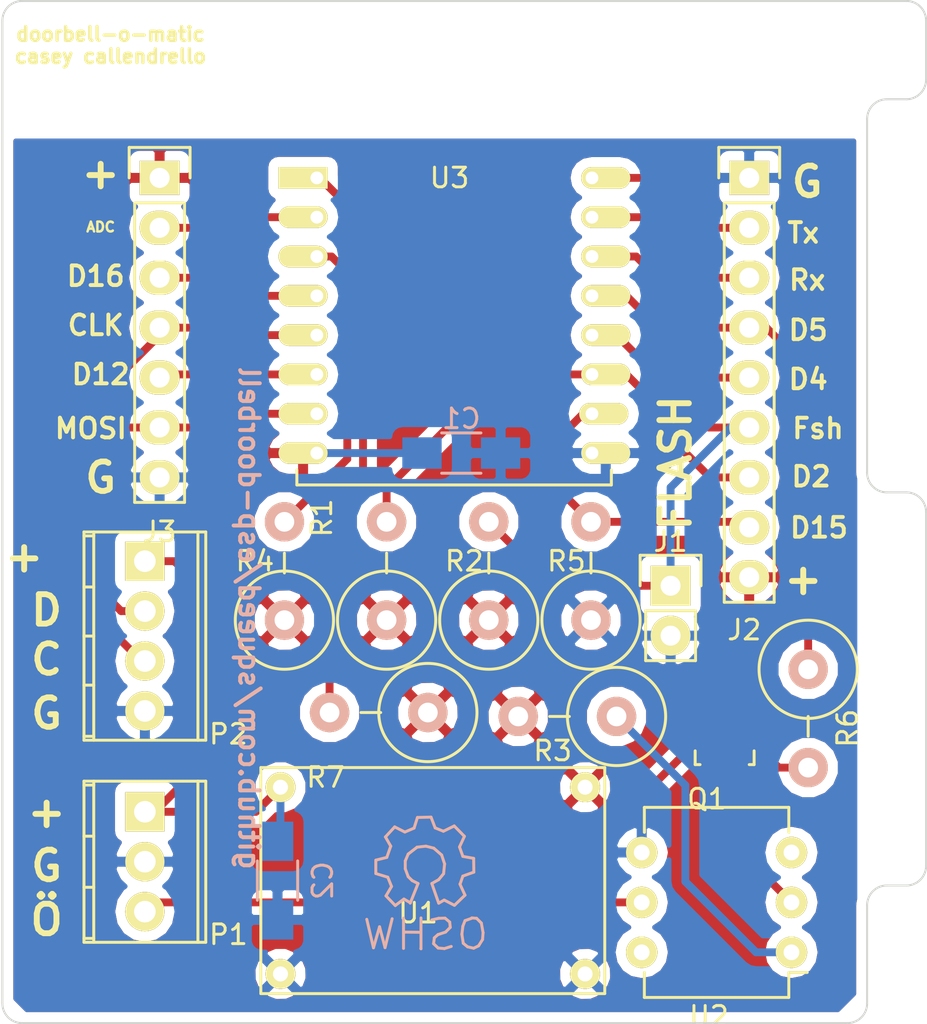
<source format=kicad_pcb>
(kicad_pcb (version 4) (host pcbnew 4.0.2-stable)

  (general
    (links 49)
    (no_connects 0)
    (area 49.949999 49.949999 97.050001 102.050001)
    (thickness 1.6)
    (drawings 47)
    (tracks 105)
    (zones 0)
    (modules 19)
    (nets 23)
  )

  (page A4)
  (layers
    (0 Top signal hide)
    (31 Bottom signal)
    (34 B.Paste user)
    (35 F.Paste user)
    (36 B.SilkS user hide)
    (37 F.SilkS user)
    (38 B.Mask user)
    (39 F.Mask user)
    (40 Dwgs.User user)
    (41 Cmts.User user)
    (42 Eco1.User user)
    (43 Eco2.User user)
    (44 Edge.Cuts user)
  )

  (setup
    (last_trace_width 0.4)
    (trace_clearance 0.2)
    (zone_clearance 0.508)
    (zone_45_only yes)
    (trace_min 0.2)
    (segment_width 0.2)
    (edge_width 0.1)
    (via_size 0.7)
    (via_drill 0.4)
    (via_min_size 0.6858)
    (via_min_drill 0.3302)
    (uvia_size 0.762)
    (uvia_drill 0.508)
    (uvias_allowed no)
    (uvia_min_size 0.2)
    (uvia_min_drill 0.1)
    (pcb_text_width 0.3)
    (pcb_text_size 1.5 1.5)
    (mod_edge_width 0.15)
    (mod_text_size 1 1)
    (mod_text_width 0.15)
    (pad_size 1.5 1.5)
    (pad_drill 0.6)
    (pad_to_mask_clearance 0)
    (aux_axis_origin 0 0)
    (grid_origin 49.75 102)
    (visible_elements FFFEFF7F)
    (pcbplotparams
      (layerselection 0x010f0_80000001)
      (usegerberextensions true)
      (excludeedgelayer true)
      (linewidth 0.100000)
      (plotframeref false)
      (viasonmask false)
      (mode 1)
      (useauxorigin false)
      (hpglpennumber 1)
      (hpglpenspeed 20)
      (hpglpendiameter 15)
      (hpglpenoverlay 2)
      (psnegative false)
      (psa4output false)
      (plotreference true)
      (plotvalue true)
      (plotinvisibletext false)
      (padsonsilk false)
      (subtractmaskfromsilk false)
      (outputformat 1)
      (mirror false)
      (drillshape 0)
      (scaleselection 1)
      (outputdirectory gerbs/))
  )

  (net 0 "")
  (net 1 VIN)
  (net 2 GND)
  (net 3 +3V3)
  (net 4 FLASH)
  (net 5 D15)
  (net 6 D2)
  (net 7 D4)
  (net 8 D5)
  (net 9 RXD)
  (net 10 TXD)
  (net 11 ADC)
  (net 12 D16)
  (net 13 CLK)
  (net 14 D12)
  (net 15 MOSI)
  (net 16 LOCK)
  (net 17 "Net-(Q1-Pad1)")
  (net 18 "Net-(R3-Pad1)")
  (net 19 "Net-(U2-Pad6)")
  (net 20 "Net-(R4-Pad2)")
  (net 21 "Net-(Q1-Pad3)")
  (net 22 "Net-(R7-Pad2)")

  (net_class Default "This is the default net class."
    (clearance 0.2)
    (trace_width 0.4)
    (via_dia 0.7)
    (via_drill 0.4)
    (uvia_dia 0.762)
    (uvia_drill 0.508)
    (add_net +3V3)
    (add_net ADC)
    (add_net CLK)
    (add_net D12)
    (add_net D15)
    (add_net D16)
    (add_net D2)
    (add_net D4)
    (add_net D5)
    (add_net FLASH)
    (add_net GND)
    (add_net LOCK)
    (add_net MOSI)
    (add_net "Net-(Q1-Pad1)")
    (add_net "Net-(Q1-Pad3)")
    (add_net "Net-(R3-Pad1)")
    (add_net "Net-(R4-Pad2)")
    (add_net "Net-(R7-Pad2)")
    (add_net "Net-(U2-Pad6)")
    (add_net RXD)
    (add_net TXD)
  )

  (net_class power ""
    (clearance 0.2)
    (trace_width 0.4)
    (via_dia 0.6858)
    (via_drill 0.4)
    (uvia_dia 0.762)
    (uvia_drill 0.508)
    (add_net VIN)
  )

  (module Pin_Headers:Pin_Header_Straight_1x02 (layer Top) (tedit 57432C2B) (tstamp 57430D41)
    (at 84 79.75)
    (descr "Through hole pin header")
    (tags "pin header")
    (path /573DB225)
    (fp_text reference J1 (at 0 -2.25) (layer F.SilkS)
      (effects (font (size 1 1) (thickness 0.15)))
    )
    (fp_text value CONN_01X02 (at 0 -3.1) (layer F.Fab)
      (effects (font (size 1 1) (thickness 0.15)))
    )
    (fp_line (start 1.27 1.27) (end 1.27 3.81) (layer F.SilkS) (width 0.15))
    (fp_line (start 1.55 -1.55) (end 1.55 0) (layer F.SilkS) (width 0.15))
    (fp_line (start -1.75 -1.75) (end -1.75 4.3) (layer F.CrtYd) (width 0.05))
    (fp_line (start 1.75 -1.75) (end 1.75 4.3) (layer F.CrtYd) (width 0.05))
    (fp_line (start -1.75 -1.75) (end 1.75 -1.75) (layer F.CrtYd) (width 0.05))
    (fp_line (start -1.75 4.3) (end 1.75 4.3) (layer F.CrtYd) (width 0.05))
    (fp_line (start 1.27 1.27) (end -1.27 1.27) (layer F.SilkS) (width 0.15))
    (fp_line (start -1.55 0) (end -1.55 -1.55) (layer F.SilkS) (width 0.15))
    (fp_line (start -1.55 -1.55) (end 1.55 -1.55) (layer F.SilkS) (width 0.15))
    (fp_line (start -1.27 1.27) (end -1.27 3.81) (layer F.SilkS) (width 0.15))
    (fp_line (start -1.27 3.81) (end 1.27 3.81) (layer F.SilkS) (width 0.15))
    (pad 1 thru_hole rect (at 0 0) (size 2.032 2.032) (drill 1.016) (layers *.Cu *.Mask F.SilkS)
      (net 4 FLASH))
    (pad 2 thru_hole oval (at 0 2.54) (size 2.032 2.032) (drill 1.016) (layers *.Cu *.Mask F.SilkS)
      (net 2 GND))
    (model Pin_Headers.3dshapes/Pin_Header_Straight_1x02.wrl
      (at (xyz 0 -0.05 0))
      (scale (xyz 1 1 1))
      (rotate (xyz 0 0 90))
    )
  )

  (module Pin_Headers:Pin_Header_Straight_1x09 (layer Top) (tedit 57432C27) (tstamp 57430D4E)
    (at 88 59)
    (descr "Through hole pin header")
    (tags "pin header")
    (path /57430C05)
    (fp_text reference J2 (at -0.25 23) (layer F.SilkS)
      (effects (font (size 1 1) (thickness 0.15)))
    )
    (fp_text value CONN_01X09 (at 0 -3.1) (layer F.Fab)
      (effects (font (size 1 1) (thickness 0.15)))
    )
    (fp_line (start -1.75 -1.75) (end -1.75 22.1) (layer F.CrtYd) (width 0.05))
    (fp_line (start 1.75 -1.75) (end 1.75 22.1) (layer F.CrtYd) (width 0.05))
    (fp_line (start -1.75 -1.75) (end 1.75 -1.75) (layer F.CrtYd) (width 0.05))
    (fp_line (start -1.75 22.1) (end 1.75 22.1) (layer F.CrtYd) (width 0.05))
    (fp_line (start 1.27 1.27) (end 1.27 21.59) (layer F.SilkS) (width 0.15))
    (fp_line (start 1.27 21.59) (end -1.27 21.59) (layer F.SilkS) (width 0.15))
    (fp_line (start -1.27 21.59) (end -1.27 1.27) (layer F.SilkS) (width 0.15))
    (fp_line (start 1.55 -1.55) (end 1.55 0) (layer F.SilkS) (width 0.15))
    (fp_line (start 1.27 1.27) (end -1.27 1.27) (layer F.SilkS) (width 0.15))
    (fp_line (start -1.55 0) (end -1.55 -1.55) (layer F.SilkS) (width 0.15))
    (fp_line (start -1.55 -1.55) (end 1.55 -1.55) (layer F.SilkS) (width 0.15))
    (pad 1 thru_hole rect (at 0 0) (size 2.032 1.7272) (drill 1.016) (layers *.Cu *.Mask F.SilkS)
      (net 2 GND))
    (pad 2 thru_hole oval (at 0 2.54) (size 2.032 1.7272) (drill 1.016) (layers *.Cu *.Mask F.SilkS)
      (net 10 TXD))
    (pad 3 thru_hole oval (at 0 5.08) (size 2.032 1.7272) (drill 1.016) (layers *.Cu *.Mask F.SilkS)
      (net 9 RXD))
    (pad 4 thru_hole oval (at 0 7.62) (size 2.032 1.7272) (drill 1.016) (layers *.Cu *.Mask F.SilkS)
      (net 8 D5))
    (pad 5 thru_hole oval (at 0 10.16) (size 2.032 1.7272) (drill 1.016) (layers *.Cu *.Mask F.SilkS)
      (net 7 D4))
    (pad 6 thru_hole oval (at 0 12.7) (size 2.032 1.7272) (drill 1.016) (layers *.Cu *.Mask F.SilkS)
      (net 4 FLASH))
    (pad 7 thru_hole oval (at 0 15.24) (size 2.032 1.7272) (drill 1.016) (layers *.Cu *.Mask F.SilkS)
      (net 6 D2))
    (pad 8 thru_hole oval (at 0 17.78) (size 2.032 1.7272) (drill 1.016) (layers *.Cu *.Mask F.SilkS)
      (net 5 D15))
    (pad 9 thru_hole oval (at 0 20.32) (size 2.032 1.7272) (drill 1.016) (layers *.Cu *.Mask F.SilkS)
      (net 3 +3V3))
    (model Pin_Headers.3dshapes/Pin_Header_Straight_1x09.wrl
      (at (xyz 0 -0.4 0))
      (scale (xyz 1 1 1))
      (rotate (xyz 0 0 90))
    )
  )

  (module Pin_Headers:Pin_Header_Straight_1x07 (layer Top) (tedit 57432C21) (tstamp 57430D59)
    (at 58 59)
    (descr "Through hole pin header")
    (tags "pin header")
    (path /5743111B)
    (fp_text reference J3 (at 0 18) (layer F.SilkS)
      (effects (font (size 1 1) (thickness 0.15)))
    )
    (fp_text value CONN_01X07 (at 0 -3.1) (layer F.Fab)
      (effects (font (size 1 1) (thickness 0.15)))
    )
    (fp_line (start -1.75 -1.75) (end -1.75 17) (layer F.CrtYd) (width 0.05))
    (fp_line (start 1.75 -1.75) (end 1.75 17) (layer F.CrtYd) (width 0.05))
    (fp_line (start -1.75 -1.75) (end 1.75 -1.75) (layer F.CrtYd) (width 0.05))
    (fp_line (start -1.75 17) (end 1.75 17) (layer F.CrtYd) (width 0.05))
    (fp_line (start 1.27 1.27) (end 1.27 16.51) (layer F.SilkS) (width 0.15))
    (fp_line (start 1.27 16.51) (end -1.27 16.51) (layer F.SilkS) (width 0.15))
    (fp_line (start -1.27 16.51) (end -1.27 1.27) (layer F.SilkS) (width 0.15))
    (fp_line (start 1.55 -1.55) (end 1.55 0) (layer F.SilkS) (width 0.15))
    (fp_line (start 1.27 1.27) (end -1.27 1.27) (layer F.SilkS) (width 0.15))
    (fp_line (start -1.55 0) (end -1.55 -1.55) (layer F.SilkS) (width 0.15))
    (fp_line (start -1.55 -1.55) (end 1.55 -1.55) (layer F.SilkS) (width 0.15))
    (pad 1 thru_hole rect (at 0 0) (size 2.032 1.7272) (drill 1.016) (layers *.Cu *.Mask F.SilkS)
      (net 3 +3V3))
    (pad 2 thru_hole oval (at 0 2.54) (size 2.032 1.7272) (drill 1.016) (layers *.Cu *.Mask F.SilkS)
      (net 11 ADC))
    (pad 3 thru_hole oval (at 0 5.08) (size 2.032 1.7272) (drill 1.016) (layers *.Cu *.Mask F.SilkS)
      (net 12 D16))
    (pad 4 thru_hole oval (at 0 7.62) (size 2.032 1.7272) (drill 1.016) (layers *.Cu *.Mask F.SilkS)
      (net 13 CLK))
    (pad 5 thru_hole oval (at 0 10.16) (size 2.032 1.7272) (drill 1.016) (layers *.Cu *.Mask F.SilkS)
      (net 14 D12))
    (pad 6 thru_hole oval (at 0 12.7) (size 2.032 1.7272) (drill 1.016) (layers *.Cu *.Mask F.SilkS)
      (net 15 MOSI))
    (pad 7 thru_hole oval (at 0 15.24) (size 2.032 1.7272) (drill 1.016) (layers *.Cu *.Mask F.SilkS)
      (net 2 GND))
    (model Pin_Headers.3dshapes/Pin_Header_Straight_1x07.wrl
      (at (xyz 0 -0.3 0))
      (scale (xyz 1 1 1))
      (rotate (xyz 0 0 90))
    )
  )

  (module Terminal_Blocks:TerminalBlock_Pheonix_MPT-2.54mm_3pol (layer Top) (tedit 5745ADCB) (tstamp 57430D60)
    (at 57.25 91.25 270)
    (descr "3-way 2.54mm pitch terminal block, Phoenix MPT series")
    (path /5744979E)
    (fp_text reference P1 (at 6.25 -4.25 360) (layer F.SilkS)
      (effects (font (size 1 1) (thickness 0.15)))
    )
    (fp_text value DOOR_CONN (at 2.54 4.50088 270) (layer F.Fab)
      (effects (font (size 1 1) (thickness 0.15)))
    )
    (fp_line (start -1.778 3.302) (end 6.858 3.302) (layer F.CrtYd) (width 0.05))
    (fp_line (start -1.778 -3.302) (end -1.778 3.302) (layer F.CrtYd) (width 0.05))
    (fp_line (start 6.858 -3.302) (end -1.778 -3.302) (layer F.CrtYd) (width 0.05))
    (fp_line (start 6.858 3.302) (end 6.858 -3.302) (layer F.CrtYd) (width 0.05))
    (fp_line (start 6.63956 -3.0988) (end -1.55956 -3.0988) (layer F.SilkS) (width 0.15))
    (fp_line (start 6.63956 -2.70002) (end -1.55956 -2.70002) (layer F.SilkS) (width 0.15))
    (fp_line (start 6.63956 2.60096) (end -1.55956 2.60096) (layer F.SilkS) (width 0.15))
    (fp_line (start -1.55956 3.0988) (end 6.63956 3.0988) (layer F.SilkS) (width 0.15))
    (fp_line (start 3.84048 2.60096) (end 3.84048 3.0988) (layer F.SilkS) (width 0.15))
    (fp_line (start -1.3589 3.0988) (end -1.3589 2.60096) (layer F.SilkS) (width 0.15))
    (fp_line (start 6.44144 2.60096) (end 6.44144 3.0988) (layer F.SilkS) (width 0.15))
    (fp_line (start 1.24206 3.0988) (end 1.24206 2.60096) (layer F.SilkS) (width 0.15))
    (fp_line (start 6.63956 3.0988) (end 6.63956 -3.0988) (layer F.SilkS) (width 0.15))
    (fp_line (start -1.55702 -3.0988) (end -1.55702 3.0988) (layer F.SilkS) (width 0.15))
    (pad 3 thru_hole oval (at 5.08 0 270) (size 1.99898 1.99898) (drill 1.09728) (layers *.Cu *.Mask F.SilkS)
      (net 16 LOCK))
    (pad 1 thru_hole rect (at 0 0 270) (size 1.99898 1.99898) (drill 1.09728) (layers *.Cu *.Mask F.SilkS)
      (net 1 VIN))
    (pad 2 thru_hole oval (at 2.54 0 270) (size 1.99898 1.99898) (drill 1.09728) (layers *.Cu *.Mask F.SilkS)
      (net 2 GND))
    (model Terminal_Blocks.3dshapes/TerminalBlock_Pheonix_MPT-2.54mm_3pol.wrl
      (at (xyz 0.1 0 0))
      (scale (xyz 1 1 1))
      (rotate (xyz 0 0 0))
    )
  )

  (module Terminal_Blocks:TerminalBlock_Pheonix_MPT-2.54mm_4pol (layer Top) (tedit 5745ADC8) (tstamp 57430D68)
    (at 57.25 78.5 270)
    (descr "4-way 2.54mm pitch terminal block, Phoenix MPT series")
    (path /573DA2C9)
    (fp_text reference P2 (at 8.8 -4.25 360) (layer F.SilkS)
      (effects (font (size 1 1) (thickness 0.15)))
    )
    (fp_text value STRIP_CONN (at 3.81 4.50088 270) (layer F.Fab)
      (effects (font (size 1 1) (thickness 0.15)))
    )
    (fp_line (start -1.778 -3.302) (end 9.398 -3.302) (layer F.CrtYd) (width 0.05))
    (fp_line (start -1.778 3.302) (end -1.778 -3.302) (layer F.CrtYd) (width 0.05))
    (fp_line (start 9.398 3.302) (end -1.778 3.302) (layer F.CrtYd) (width 0.05))
    (fp_line (start 9.398 -3.302) (end 9.398 3.302) (layer F.CrtYd) (width 0.05))
    (fp_line (start 9.11098 -3.0988) (end -1.49098 -3.0988) (layer F.SilkS) (width 0.15))
    (fp_line (start -1.49098 -2.70002) (end 9.11098 -2.70002) (layer F.SilkS) (width 0.15))
    (fp_line (start -1.49098 2.60096) (end 9.11098 2.60096) (layer F.SilkS) (width 0.15))
    (fp_line (start 9.11098 3.0988) (end -1.49098 3.0988) (layer F.SilkS) (width 0.15))
    (fp_line (start 6.30682 2.60096) (end 6.30682 3.0988) (layer F.SilkS) (width 0.15))
    (fp_line (start 3.81 2.60096) (end 3.81 3.0988) (layer F.SilkS) (width 0.15))
    (fp_line (start -1.28778 3.0988) (end -1.28778 2.60096) (layer F.SilkS) (width 0.15))
    (fp_line (start 8.91032 2.60096) (end 8.91032 3.0988) (layer F.SilkS) (width 0.15))
    (fp_line (start 1.31318 3.0988) (end 1.31318 2.60096) (layer F.SilkS) (width 0.15))
    (fp_line (start 9.10844 3.0988) (end 9.10844 -3.0988) (layer F.SilkS) (width 0.15))
    (fp_line (start -1.4859 -3.0988) (end -1.4859 3.0988) (layer F.SilkS) (width 0.15))
    (pad 4 thru_hole oval (at 7.62 0 90) (size 1.99898 1.99898) (drill 1.09728) (layers *.Cu *.Mask F.SilkS)
      (net 2 GND))
    (pad 1 thru_hole rect (at 0 0 90) (size 1.99898 1.99898) (drill 1.09728) (layers *.Cu *.Mask F.SilkS)
      (net 1 VIN))
    (pad 2 thru_hole oval (at 2.54 0 90) (size 1.99898 1.99898) (drill 1.09728) (layers *.Cu *.Mask F.SilkS)
      (net 15 MOSI))
    (pad 3 thru_hole oval (at 5.08 0 90) (size 1.99898 1.99898) (drill 1.09728) (layers *.Cu *.Mask F.SilkS)
      (net 13 CLK))
    (model Terminal_Blocks.3dshapes/TerminalBlock_Pheonix_MPT-2.54mm_4pol.wrl
      (at (xyz 0.15 0 0))
      (scale (xyz 1 1 1))
      (rotate (xyz 0 0 0))
    )
  )

  (module TO_SOT_Packages_SMD:SOT-23 (layer Top) (tedit 5745ADE2) (tstamp 57430D6F)
    (at 86.75 88.2 180)
    (descr "SOT-23, Standard")
    (tags SOT-23)
    (path /5745933D)
    (attr smd)
    (fp_text reference Q1 (at 0.9 -2.4 360) (layer F.SilkS)
      (effects (font (size 1 1) (thickness 0.15)))
    )
    (fp_text value BC_846B (at 0 2.3 180) (layer F.Fab)
      (effects (font (size 1 1) (thickness 0.15)))
    )
    (fp_line (start -1.65 -1.6) (end 1.65 -1.6) (layer F.CrtYd) (width 0.05))
    (fp_line (start 1.65 -1.6) (end 1.65 1.6) (layer F.CrtYd) (width 0.05))
    (fp_line (start 1.65 1.6) (end -1.65 1.6) (layer F.CrtYd) (width 0.05))
    (fp_line (start -1.65 1.6) (end -1.65 -1.6) (layer F.CrtYd) (width 0.05))
    (fp_line (start 1.29916 -0.65024) (end 1.2509 -0.65024) (layer F.SilkS) (width 0.15))
    (fp_line (start -1.49982 0.0508) (end -1.49982 -0.65024) (layer F.SilkS) (width 0.15))
    (fp_line (start -1.49982 -0.65024) (end -1.2509 -0.65024) (layer F.SilkS) (width 0.15))
    (fp_line (start 1.29916 -0.65024) (end 1.49982 -0.65024) (layer F.SilkS) (width 0.15))
    (fp_line (start 1.49982 -0.65024) (end 1.49982 0.0508) (layer F.SilkS) (width 0.15))
    (pad 1 smd rect (at -0.95 1.00076 180) (size 0.8001 0.8001) (layers Top F.Paste F.Mask)
      (net 17 "Net-(Q1-Pad1)"))
    (pad 2 smd rect (at 0.95 1.00076 180) (size 0.8001 0.8001) (layers Top F.Paste F.Mask)
      (net 2 GND))
    (pad 3 smd rect (at 0 -0.99822 180) (size 0.8001 0.8001) (layers Top F.Paste F.Mask)
      (net 21 "Net-(Q1-Pad3)"))
    (model TO_SOT_Packages_SMD.3dshapes/SOT-23.wrl
      (at (xyz 0 0 0))
      (scale (xyz 1 1 1))
      (rotate (xyz 0 0 0))
    )
  )

  (module Resistors_ThroughHole:Resistor_Vertical_RM5mm (layer Top) (tedit 5745AE2C) (tstamp 57430D75)
    (at 74.75 79 90)
    (descr "Resistor, Vertical, RM 5mm, 1/3W,")
    (tags "Resistor, Vertical, RM 5mm, 1/3W,")
    (path /573C7B1D)
    (fp_text reference R2 (at 0.5 -1.25 180) (layer F.SilkS)
      (effects (font (size 1 1) (thickness 0.15)))
    )
    (fp_text value 10K (at 0 4.50088 90) (layer F.Fab)
      (effects (font (size 1 1) (thickness 0.15)))
    )
    (fp_line (start -0.09906 0) (end 0.9017 0) (layer F.SilkS) (width 0.15))
    (fp_circle (center -2.49936 0) (end 0 0) (layer F.SilkS) (width 0.15))
    (pad 1 thru_hole circle (at -2.49936 0 90) (size 1.99898 1.99898) (drill 1.00076) (layers *.Cu *.SilkS *.Mask)
      (net 3 +3V3))
    (pad 2 thru_hole circle (at 2.5019 0 90) (size 1.99898 1.99898) (drill 1.00076) (layers *.Cu *.SilkS *.Mask)
      (net 4 FLASH))
  )

  (module Resistors_ThroughHole:Resistor_Vertical_RM5mm (layer Top) (tedit 5746CE67) (tstamp 57430D7B)
    (at 78.75 86.4 180)
    (descr "Resistor, Vertical, RM 5mm, 1/3W,")
    (tags "Resistor, Vertical, RM 5mm, 1/3W,")
    (path /573C9632)
    (fp_text reference R3 (at 0.75 -1.75 180) (layer F.SilkS)
      (effects (font (size 1 1) (thickness 0.15)))
    )
    (fp_text value 50 (at 0 4.50088 180) (layer F.Fab)
      (effects (font (size 1 1) (thickness 0.15)))
    )
    (fp_line (start -0.09906 0) (end 0.9017 0) (layer F.SilkS) (width 0.15))
    (fp_circle (center -2.49936 0) (end 0 0) (layer F.SilkS) (width 0.15))
    (pad 1 thru_hole circle (at -2.49936 0 180) (size 1.99898 1.99898) (drill 1.00076) (layers *.Cu *.SilkS *.Mask)
      (net 18 "Net-(R3-Pad1)"))
    (pad 2 thru_hole circle (at 2.5019 0 180) (size 1.99898 1.99898) (drill 1.00076) (layers *.Cu *.SilkS *.Mask)
      (net 3 +3V3))
  )

  (module Resistors_ThroughHole:Resistor_Vertical_RM5mm (layer Top) (tedit 5745AE27) (tstamp 57430D81)
    (at 64.35 79 90)
    (descr "Resistor, Vertical, RM 5mm, 1/3W,")
    (tags "Resistor, Vertical, RM 5mm, 1/3W,")
    (path /573C75F4)
    (fp_text reference R4 (at 0.5 -1.5 180) (layer F.SilkS)
      (effects (font (size 1 1) (thickness 0.15)))
    )
    (fp_text value 10K (at 0 4.50088 90) (layer F.Fab)
      (effects (font (size 1 1) (thickness 0.15)))
    )
    (fp_line (start -0.09906 0) (end 0.9017 0) (layer F.SilkS) (width 0.15))
    (fp_circle (center -2.49936 0) (end 0 0) (layer F.SilkS) (width 0.15))
    (pad 1 thru_hole circle (at -2.49936 0 90) (size 1.99898 1.99898) (drill 1.00076) (layers *.Cu *.SilkS *.Mask)
      (net 3 +3V3))
    (pad 2 thru_hole circle (at 2.5019 0 90) (size 1.99898 1.99898) (drill 1.00076) (layers *.Cu *.SilkS *.Mask)
      (net 20 "Net-(R4-Pad2)"))
  )

  (module Resistors_ThroughHole:Resistor_Vertical_RM5mm (layer Top) (tedit 5745AE34) (tstamp 57430D87)
    (at 79.95 79 90)
    (descr "Resistor, Vertical, RM 5mm, 1/3W,")
    (tags "Resistor, Vertical, RM 5mm, 1/3W,")
    (path /573C7435)
    (fp_text reference R5 (at 0.5 -1.25 180) (layer F.SilkS)
      (effects (font (size 1 1) (thickness 0.15)))
    )
    (fp_text value 10K (at 0 4.50088 90) (layer F.Fab)
      (effects (font (size 1 1) (thickness 0.15)))
    )
    (fp_line (start -0.09906 0) (end 0.9017 0) (layer F.SilkS) (width 0.15))
    (fp_circle (center -2.49936 0) (end 0 0) (layer F.SilkS) (width 0.15))
    (pad 1 thru_hole circle (at -2.49936 0 90) (size 1.99898 1.99898) (drill 1.00076) (layers *.Cu *.SilkS *.Mask)
      (net 2 GND))
    (pad 2 thru_hole circle (at 2.5019 0 90) (size 1.99898 1.99898) (drill 1.00076) (layers *.Cu *.SilkS *.Mask)
      (net 5 D15))
  )

  (module Resistors_ThroughHole:Resistor_Vertical_RM5mm (layer Top) (tedit 5746CE61) (tstamp 57430D8D)
    (at 91 86.5 270)
    (descr "Resistor, Vertical, RM 5mm, 1/3W,")
    (tags "Resistor, Vertical, RM 5mm, 1/3W,")
    (path /573DF5C9)
    (fp_text reference R6 (at 0.5 -2 270) (layer F.SilkS)
      (effects (font (size 1 1) (thickness 0.15)))
    )
    (fp_text value 10K (at 0 4.50088 270) (layer F.Fab)
      (effects (font (size 1 1) (thickness 0.15)))
    )
    (fp_line (start -0.09906 0) (end 0.9017 0) (layer F.SilkS) (width 0.15))
    (fp_circle (center -2.49936 0) (end 0 0) (layer F.SilkS) (width 0.15))
    (pad 1 thru_hole circle (at -2.49936 0 270) (size 1.99898 1.99898) (drill 1.00076) (layers *.Cu *.SilkS *.Mask)
      (net 8 D5))
    (pad 2 thru_hole circle (at 2.5019 0 270) (size 1.99898 1.99898) (drill 1.00076) (layers *.Cu *.SilkS *.Mask)
      (net 17 "Net-(Q1-Pad1)"))
  )

  (module Housings_DIP:DIP-6_W7.62mm (layer Top) (tedit 5745ADC3) (tstamp 57430D9F)
    (at 90.15 98.4 180)
    (descr "6-lead dip package, row spacing 7.62 mm (300 mils)")
    (tags "dil dip 2.54 300")
    (path /573C89E4)
    (fp_text reference U2 (at 4.2 -3.25 180) (layer F.SilkS)
      (effects (font (size 1 1) (thickness 0.15)))
    )
    (fp_text value 4N25 (at 0 -3.72 180) (layer F.Fab)
      (effects (font (size 1 1) (thickness 0.15)))
    )
    (fp_line (start -1.05 -2.45) (end -1.05 7.55) (layer F.CrtYd) (width 0.05))
    (fp_line (start 8.65 -2.45) (end 8.65 7.55) (layer F.CrtYd) (width 0.05))
    (fp_line (start -1.05 -2.45) (end 8.65 -2.45) (layer F.CrtYd) (width 0.05))
    (fp_line (start -1.05 7.55) (end 8.65 7.55) (layer F.CrtYd) (width 0.05))
    (fp_line (start 0.135 -2.295) (end 0.135 -1.025) (layer F.SilkS) (width 0.15))
    (fp_line (start 7.485 -2.295) (end 7.485 -1.025) (layer F.SilkS) (width 0.15))
    (fp_line (start 7.485 7.375) (end 7.485 6.105) (layer F.SilkS) (width 0.15))
    (fp_line (start 0.135 7.375) (end 0.135 6.105) (layer F.SilkS) (width 0.15))
    (fp_line (start 0.135 -2.295) (end 7.485 -2.295) (layer F.SilkS) (width 0.15))
    (fp_line (start 0.135 7.375) (end 7.485 7.375) (layer F.SilkS) (width 0.15))
    (fp_line (start 0.135 -1.025) (end -0.8 -1.025) (layer F.SilkS) (width 0.15))
    (pad 1 thru_hole oval (at 0 0 180) (size 1.6 1.6) (drill 0.8) (layers *.Cu *.Mask F.SilkS)
      (net 18 "Net-(R3-Pad1)"))
    (pad 2 thru_hole oval (at 0 2.54 180) (size 1.6 1.6) (drill 0.8) (layers *.Cu *.Mask F.SilkS)
      (net 21 "Net-(Q1-Pad3)"))
    (pad 3 thru_hole oval (at 0 5.08 180) (size 1.6 1.6) (drill 0.8) (layers *.Cu *.Mask F.SilkS))
    (pad 4 thru_hole oval (at 7.62 5.08 180) (size 1.6 1.6) (drill 0.8) (layers *.Cu *.Mask F.SilkS)
      (net 2 GND))
    (pad 5 thru_hole oval (at 7.62 2.54 180) (size 1.6 1.6) (drill 0.8) (layers *.Cu *.Mask F.SilkS)
      (net 16 LOCK))
    (pad 6 thru_hole oval (at 7.62 0 180) (size 1.6 1.6) (drill 0.8) (layers *.Cu *.Mask F.SilkS)
      (net 19 "Net-(U2-Pad6)"))
    (model Housings_DIP.3dshapes/DIP-6_W7.62mm.wrl
      (at (xyz 0 0 0))
      (scale (xyz 1 1 1))
      (rotate (xyz 0 0 0))
    )
  )

  (module ESP8266:ESP-12 locked (layer Top) (tedit 57432C55) (tstamp 57430DB3)
    (at 66 59)
    (descr "Module, ESP-8266, ESP-12, 16 pad, SMD")
    (tags "Module ESP-8266 ESP8266")
    (path /573B52F7)
    (fp_text reference U3 (at 6.75 0) (layer F.SilkS)
      (effects (font (size 1 1) (thickness 0.15)))
    )
    (fp_text value ESP-12 (at 6.992 1) (layer F.Fab)
      (effects (font (size 1 1) (thickness 0.15)))
    )
    (fp_line (start -2.25 -0.5) (end -2.25 -8.75) (layer F.CrtYd) (width 0.05))
    (fp_line (start -2.25 -8.75) (end 15.25 -8.75) (layer F.CrtYd) (width 0.05))
    (fp_line (start 15.25 -8.75) (end 16.25 -8.75) (layer F.CrtYd) (width 0.05))
    (fp_line (start 16.25 -8.75) (end 16.25 16) (layer F.CrtYd) (width 0.05))
    (fp_line (start 16.25 16) (end -2.25 16) (layer F.CrtYd) (width 0.05))
    (fp_line (start -2.25 16) (end -2.25 -0.5) (layer F.CrtYd) (width 0.05))
    (fp_line (start -1.016 -8.382) (end 14.986 -8.382) (layer F.CrtYd) (width 0.1524))
    (fp_line (start 14.986 -8.382) (end 14.986 -0.889) (layer F.CrtYd) (width 0.1524))
    (fp_line (start -1.016 -8.382) (end -1.016 -1.016) (layer F.CrtYd) (width 0.1524))
    (fp_line (start -1.016 14.859) (end -1.016 15.621) (layer F.SilkS) (width 0.1524))
    (fp_line (start -1.016 15.621) (end 14.986 15.621) (layer F.SilkS) (width 0.1524))
    (fp_line (start 14.986 15.621) (end 14.986 14.859) (layer F.SilkS) (width 0.1524))
    (fp_line (start 14.992 -8.4) (end -1.008 -2.6) (layer F.CrtYd) (width 0.1524))
    (fp_line (start -1.008 -8.4) (end 14.992 -2.6) (layer F.CrtYd) (width 0.1524))
    (fp_text user "No Copper" (at 6.892 -5.4) (layer F.CrtYd)
      (effects (font (size 1 1) (thickness 0.15)))
    )
    (fp_line (start -1.008 -2.6) (end 14.992 -2.6) (layer F.CrtYd) (width 0.1524))
    (fp_line (start 15 -8.4) (end 15 15.6) (layer F.Fab) (width 0.05))
    (fp_line (start 14.992 15.6) (end -1.008 15.6) (layer F.Fab) (width 0.05))
    (fp_line (start -1.008 15.6) (end -1.008 -8.4) (layer F.Fab) (width 0.05))
    (fp_line (start -1.008 -8.4) (end 14.992 -8.4) (layer F.Fab) (width 0.05))
    (pad 1 thru_hole rect (at 0 0) (size 2.5 1.1) (drill 0.65 (offset -0.7 0)) (layers *.Cu *.Mask F.SilkS)
      (net 22 "Net-(R7-Pad2)"))
    (pad 2 thru_hole oval (at 0 2) (size 2.5 1.1) (drill 0.65 (offset -0.7 0)) (layers *.Cu *.Mask F.SilkS)
      (net 11 ADC))
    (pad 3 thru_hole oval (at 0 4) (size 2.5 1.1) (drill 0.65 (offset -0.7 0)) (layers *.Cu *.Mask F.SilkS)
      (net 20 "Net-(R4-Pad2)"))
    (pad 4 thru_hole oval (at 0 6) (size 2.5 1.1) (drill 0.65 (offset -0.7 0)) (layers *.Cu *.Mask F.SilkS)
      (net 12 D16))
    (pad 5 thru_hole oval (at 0 8) (size 2.5 1.1) (drill 0.65 (offset -0.7 0)) (layers *.Cu *.Mask F.SilkS)
      (net 13 CLK))
    (pad 6 thru_hole oval (at 0 10) (size 2.5 1.1) (drill 0.65 (offset -0.7 0)) (layers *.Cu *.Mask F.SilkS)
      (net 14 D12))
    (pad 7 thru_hole oval (at 0 12) (size 2.5 1.1) (drill 0.65 (offset -0.7 0)) (layers *.Cu *.Mask F.SilkS)
      (net 15 MOSI))
    (pad 8 thru_hole oval (at 0 14) (size 2.5 1.1) (drill 0.65 (offset -0.7 0)) (layers *.Cu *.Mask F.SilkS)
      (net 3 +3V3))
    (pad 9 thru_hole oval (at 14 14) (size 2.5 1.1) (drill 0.65 (offset 0.7 0)) (layers *.Cu *.Mask F.SilkS)
      (net 2 GND))
    (pad 10 thru_hole oval (at 14 12) (size 2.5 1.1) (drill 0.65 (offset 0.6 0)) (layers *.Cu *.Mask F.SilkS)
      (net 5 D15))
    (pad 11 thru_hole oval (at 14 10) (size 2.5 1.1) (drill 0.65 (offset 0.7 0)) (layers *.Cu *.Mask F.SilkS)
      (net 6 D2))
    (pad 12 thru_hole oval (at 14 8) (size 2.5 1.1) (drill 0.65 (offset 0.7 0)) (layers *.Cu *.Mask F.SilkS)
      (net 4 FLASH))
    (pad 13 thru_hole oval (at 14 6) (size 2.5 1.1) (drill 0.65 (offset 0.7 0)) (layers *.Cu *.Mask F.SilkS)
      (net 7 D4))
    (pad 14 thru_hole oval (at 14 4) (size 2.5 1.1) (drill 0.65 (offset 0.7 0)) (layers *.Cu *.Mask F.SilkS)
      (net 8 D5))
    (pad 15 thru_hole oval (at 14 2) (size 2.5 1.1) (drill 0.65 (offset 0.7 0)) (layers *.Cu *.Mask F.SilkS)
      (net 9 RXD))
    (pad 16 thru_hole oval (at 14 0) (size 2.5 1.1) (drill 0.65 (offset 0.7 0)) (layers *.Cu *.Mask F.SilkS)
      (net 10 TXD))
    (model ${ESPLIB}/ESP8266.3dshapes/ESP-12.wrl
      (at (xyz 0 0 0))
      (scale (xyz 0.3937 0.3937 0.3937))
      (rotate (xyz 0 0 0))
    )
  )

  (module Capacitors_SMD:C_1206_HandSoldering (layer Bottom) (tedit 5746CC22) (tstamp 57430D35)
    (at 73.35 73)
    (descr "Capacitor SMD 1206, hand soldering")
    (tags "capacitor 1206")
    (path /57499779)
    (attr smd)
    (fp_text reference C1 (at 0 -1.75) (layer B.SilkS)
      (effects (font (size 1 1) (thickness 0.15)) (justify mirror))
    )
    (fp_text value 0.1µF (at 0 -2.3) (layer B.Fab)
      (effects (font (size 1 1) (thickness 0.15)) (justify mirror))
    )
    (fp_line (start -3.3 1.15) (end 3.3 1.15) (layer B.CrtYd) (width 0.05))
    (fp_line (start -3.3 -1.15) (end 3.3 -1.15) (layer B.CrtYd) (width 0.05))
    (fp_line (start -3.3 1.15) (end -3.3 -1.15) (layer B.CrtYd) (width 0.05))
    (fp_line (start 3.3 1.15) (end 3.3 -1.15) (layer B.CrtYd) (width 0.05))
    (fp_line (start 1 1.025) (end -1 1.025) (layer B.SilkS) (width 0.15))
    (fp_line (start -1 -1.025) (end 1 -1.025) (layer B.SilkS) (width 0.15))
    (pad 1 smd rect (at -2 0) (size 2 1.6) (layers Bottom B.Paste B.Mask)
      (net 3 +3V3))
    (pad 2 smd rect (at 2 0) (size 2 1.6) (layers Bottom B.Paste B.Mask)
      (net 2 GND))
    (model Capacitors_SMD.3dshapes/C_1206_HandSoldering.wrl
      (at (xyz 0 0 0))
      (scale (xyz 1 1 1))
      (rotate (xyz 0 0 0))
    )
  )

  (module Symbols:Symbol_OSHW-Logo_SilkScreen (layer Bottom) (tedit 57470A3D) (tstamp 574707FE)
    (at 71.5 94 180)
    (descr "Symbol, OSHW-Logo, Silk Screen,")
    (tags "Symbol, OSHW-Logo, Silk Screen,")
    (fp_text reference REF** (at 0.09906 4.38912 180) (layer B.SilkS) hide
      (effects (font (size 1 1) (thickness 0.15)) (justify mirror))
    )
    (fp_text value Symbol_OSHW-Logo_SilkScreen (at 0.30988 -6.56082 180) (layer B.Fab)
      (effects (font (size 1 1) (thickness 0.15)) (justify mirror))
    )
    (fp_line (start 1.66878 -2.68986) (end 2.02946 -4.16052) (layer B.SilkS) (width 0.15))
    (fp_line (start 2.02946 -4.16052) (end 2.30886 -3.0988) (layer B.SilkS) (width 0.15))
    (fp_line (start 2.30886 -3.0988) (end 2.61874 -4.17068) (layer B.SilkS) (width 0.15))
    (fp_line (start 2.61874 -4.17068) (end 2.9591 -2.72034) (layer B.SilkS) (width 0.15))
    (fp_line (start 0.24892 -3.38074) (end 1.03886 -3.37058) (layer B.SilkS) (width 0.15))
    (fp_line (start 1.03886 -3.37058) (end 1.04902 -3.38074) (layer B.SilkS) (width 0.15))
    (fp_line (start 1.04902 -3.38074) (end 1.04902 -3.37058) (layer B.SilkS) (width 0.15))
    (fp_line (start 1.08966 -2.65938) (end 1.08966 -4.20116) (layer B.SilkS) (width 0.15))
    (fp_line (start 0.20066 -2.64922) (end 0.20066 -4.21894) (layer B.SilkS) (width 0.15))
    (fp_line (start 0.20066 -4.21894) (end 0.21082 -4.20878) (layer B.SilkS) (width 0.15))
    (fp_line (start -0.35052 -2.75082) (end -0.70104 -2.66954) (layer B.SilkS) (width 0.15))
    (fp_line (start -0.70104 -2.66954) (end -1.02108 -2.65938) (layer B.SilkS) (width 0.15))
    (fp_line (start -1.02108 -2.65938) (end -1.25984 -2.86004) (layer B.SilkS) (width 0.15))
    (fp_line (start -1.25984 -2.86004) (end -1.29032 -3.12928) (layer B.SilkS) (width 0.15))
    (fp_line (start -1.29032 -3.12928) (end -1.04902 -3.37058) (layer B.SilkS) (width 0.15))
    (fp_line (start -1.04902 -3.37058) (end -0.6604 -3.50012) (layer B.SilkS) (width 0.15))
    (fp_line (start -0.6604 -3.50012) (end -0.48006 -3.66014) (layer B.SilkS) (width 0.15))
    (fp_line (start -0.48006 -3.66014) (end -0.43942 -3.95986) (layer B.SilkS) (width 0.15))
    (fp_line (start -0.43942 -3.95986) (end -0.67056 -4.18084) (layer B.SilkS) (width 0.15))
    (fp_line (start -0.67056 -4.18084) (end -0.9906 -4.20878) (layer B.SilkS) (width 0.15))
    (fp_line (start -0.9906 -4.20878) (end -1.34112 -4.09956) (layer B.SilkS) (width 0.15))
    (fp_line (start -2.37998 -2.64922) (end -2.6289 -2.66954) (layer B.SilkS) (width 0.15))
    (fp_line (start -2.6289 -2.66954) (end -2.8702 -2.91084) (layer B.SilkS) (width 0.15))
    (fp_line (start -2.8702 -2.91084) (end -2.9591 -3.40106) (layer B.SilkS) (width 0.15))
    (fp_line (start -2.9591 -3.40106) (end -2.93116 -3.74904) (layer B.SilkS) (width 0.15))
    (fp_line (start -2.93116 -3.74904) (end -2.7305 -4.06908) (layer B.SilkS) (width 0.15))
    (fp_line (start -2.7305 -4.06908) (end -2.47904 -4.191) (layer B.SilkS) (width 0.15))
    (fp_line (start -2.47904 -4.191) (end -2.16916 -4.11988) (layer B.SilkS) (width 0.15))
    (fp_line (start -2.16916 -4.11988) (end -1.95072 -3.93954) (layer B.SilkS) (width 0.15))
    (fp_line (start -1.95072 -3.93954) (end -1.8796 -3.4798) (layer B.SilkS) (width 0.15))
    (fp_line (start -1.8796 -3.4798) (end -1.9304 -3.07086) (layer B.SilkS) (width 0.15))
    (fp_line (start -1.9304 -3.07086) (end -2.03962 -2.78892) (layer B.SilkS) (width 0.15))
    (fp_line (start -2.03962 -2.78892) (end -2.4003 -2.65938) (layer B.SilkS) (width 0.15))
    (fp_line (start -1.78054 -0.92964) (end -2.03962 -1.49098) (layer B.SilkS) (width 0.15))
    (fp_line (start -2.03962 -1.49098) (end -1.50114 -2.00914) (layer B.SilkS) (width 0.15))
    (fp_line (start -1.50114 -2.00914) (end -0.98044 -1.7399) (layer B.SilkS) (width 0.15))
    (fp_line (start -0.98044 -1.7399) (end -0.70104 -1.89992) (layer B.SilkS) (width 0.15))
    (fp_line (start 0.73914 -1.8796) (end 1.06934 -1.6891) (layer B.SilkS) (width 0.15))
    (fp_line (start 1.06934 -1.6891) (end 1.50876 -2.0193) (layer B.SilkS) (width 0.15))
    (fp_line (start 1.50876 -2.0193) (end 1.9812 -1.52908) (layer B.SilkS) (width 0.15))
    (fp_line (start 1.9812 -1.52908) (end 1.69926 -1.04902) (layer B.SilkS) (width 0.15))
    (fp_line (start 1.69926 -1.04902) (end 1.88976 -0.57912) (layer B.SilkS) (width 0.15))
    (fp_line (start 1.88976 -0.57912) (end 2.49936 -0.39116) (layer B.SilkS) (width 0.15))
    (fp_line (start 2.49936 -0.39116) (end 2.49936 0.28956) (layer B.SilkS) (width 0.15))
    (fp_line (start 2.49936 0.28956) (end 1.94056 0.42926) (layer B.SilkS) (width 0.15))
    (fp_line (start 1.94056 0.42926) (end 1.7399 1.00076) (layer B.SilkS) (width 0.15))
    (fp_line (start 1.7399 1.00076) (end 2.00914 1.47066) (layer B.SilkS) (width 0.15))
    (fp_line (start 2.00914 1.47066) (end 1.53924 1.9812) (layer B.SilkS) (width 0.15))
    (fp_line (start 1.53924 1.9812) (end 1.02108 1.71958) (layer B.SilkS) (width 0.15))
    (fp_line (start 1.02108 1.71958) (end 0.55118 1.92024) (layer B.SilkS) (width 0.15))
    (fp_line (start 0.55118 1.92024) (end 0.381 2.46126) (layer B.SilkS) (width 0.15))
    (fp_line (start 0.381 2.46126) (end -0.30988 2.47904) (layer B.SilkS) (width 0.15))
    (fp_line (start -0.30988 2.47904) (end -0.5207 1.9304) (layer B.SilkS) (width 0.15))
    (fp_line (start -0.5207 1.9304) (end -0.9398 1.76022) (layer B.SilkS) (width 0.15))
    (fp_line (start -0.9398 1.76022) (end -1.49098 2.02946) (layer B.SilkS) (width 0.15))
    (fp_line (start -1.49098 2.02946) (end -2.00914 1.50114) (layer B.SilkS) (width 0.15))
    (fp_line (start -2.00914 1.50114) (end -1.76022 0.96012) (layer B.SilkS) (width 0.15))
    (fp_line (start -1.76022 0.96012) (end -1.9304 0.48006) (layer B.SilkS) (width 0.15))
    (fp_line (start -1.9304 0.48006) (end -2.47904 0.381) (layer B.SilkS) (width 0.15))
    (fp_line (start -2.47904 0.381) (end -2.4892 -0.32004) (layer B.SilkS) (width 0.15))
    (fp_line (start -2.4892 -0.32004) (end -1.9304 -0.5207) (layer B.SilkS) (width 0.15))
    (fp_line (start -1.9304 -0.5207) (end -1.7907 -0.91948) (layer B.SilkS) (width 0.15))
    (fp_line (start 0.35052 -0.89916) (end 0.65024 -0.7493) (layer B.SilkS) (width 0.15))
    (fp_line (start 0.65024 -0.7493) (end 0.8509 -0.55118) (layer B.SilkS) (width 0.15))
    (fp_line (start 0.8509 -0.55118) (end 1.00076 -0.14986) (layer B.SilkS) (width 0.15))
    (fp_line (start 1.00076 -0.14986) (end 1.00076 0.24892) (layer B.SilkS) (width 0.15))
    (fp_line (start 1.00076 0.24892) (end 0.8509 0.59944) (layer B.SilkS) (width 0.15))
    (fp_line (start 0.8509 0.59944) (end 0.39878 0.94996) (layer B.SilkS) (width 0.15))
    (fp_line (start 0.39878 0.94996) (end -0.0508 1.00076) (layer B.SilkS) (width 0.15))
    (fp_line (start -0.0508 1.00076) (end -0.44958 0.89916) (layer B.SilkS) (width 0.15))
    (fp_line (start -0.44958 0.89916) (end -0.8509 0.55118) (layer B.SilkS) (width 0.15))
    (fp_line (start -0.8509 0.55118) (end -1.00076 0.09906) (layer B.SilkS) (width 0.15))
    (fp_line (start -1.00076 0.09906) (end -0.94996 -0.39878) (layer B.SilkS) (width 0.15))
    (fp_line (start -0.94996 -0.39878) (end -0.70104 -0.70104) (layer B.SilkS) (width 0.15))
    (fp_line (start -0.70104 -0.70104) (end -0.35052 -0.89916) (layer B.SilkS) (width 0.15))
    (fp_line (start -0.35052 -0.89916) (end -0.70104 -1.89992) (layer B.SilkS) (width 0.15))
    (fp_line (start 0.35052 -0.89916) (end 0.7493 -1.89992) (layer B.SilkS) (width 0.15))
  )

  (module Doorbell:MP2307_Breakout locked (layer Top) (tedit 574C2269) (tstamp 574C2206)
    (at 64.15 90)
    (path /574C1861)
    (fp_text reference U1 (at 7 6.4) (layer F.SilkS)
      (effects (font (size 1 1) (thickness 0.15)))
    )
    (fp_text value MP2307_Breakout (at 8 5) (layer F.Fab)
      (effects (font (size 1 1) (thickness 0.15)))
    )
    (fp_line (start -1 -1) (end 16.5 -1) (layer F.SilkS) (width 0.15))
    (fp_line (start 16.5 -1) (end 16.5 10.5) (layer F.SilkS) (width 0.15))
    (fp_line (start -1 10.5) (end 16.5 10.5) (layer F.SilkS) (width 0.15))
    (fp_line (start -1 10.5) (end -1 -1) (layer F.SilkS) (width 0.15))
    (pad 1 thru_hole circle (at 0 0) (size 1.524 1.524) (drill 0.762) (layers *.Cu *.Mask F.SilkS)
      (net 1 VIN))
    (pad 2 thru_hole circle (at 0 9.5) (size 1.524 1.524) (drill 0.762) (layers *.Cu *.Mask F.SilkS)
      (net 2 GND))
    (pad 3 thru_hole circle (at 15.5 0) (size 1.524 1.524) (drill 0.762) (layers *.Cu *.Mask F.SilkS)
      (net 3 +3V3))
    (pad 4 thru_hole circle (at 15.5 9.5) (size 1.524 1.524) (drill 0.762) (layers *.Cu *.Mask F.SilkS)
      (net 2 GND))
  )

  (module Resistors_ThroughHole:Resistor_Vertical_RM5mm (layer Top) (tedit 0) (tstamp 574C2717)
    (at 69.55 79 90)
    (descr "Resistor, Vertical, RM 5mm, 1/3W,")
    (tags "Resistor, Vertical, RM 5mm, 1/3W,")
    (path /574C2C6F)
    (fp_text reference R1 (at 2.70002 -3.29946 90) (layer F.SilkS)
      (effects (font (size 1 1) (thickness 0.15)))
    )
    (fp_text value 10K (at 0 4.50088 90) (layer F.Fab)
      (effects (font (size 1 1) (thickness 0.15)))
    )
    (fp_line (start -0.09906 0) (end 0.9017 0) (layer F.SilkS) (width 0.15))
    (fp_circle (center -2.49936 0) (end 0 0) (layer F.SilkS) (width 0.15))
    (pad 1 thru_hole circle (at -2.49936 0 90) (size 1.99898 1.99898) (drill 1.00076) (layers *.Cu *.SilkS *.Mask)
      (net 3 +3V3))
    (pad 2 thru_hole circle (at 2.5019 0 90) (size 1.99898 1.99898) (drill 1.00076) (layers *.Cu *.SilkS *.Mask)
      (net 6 D2))
  )

  (module Resistors_ThroughHole:Resistor_Vertical_RM5mm (layer Top) (tedit 0) (tstamp 574C271D)
    (at 69.15 86.2 180)
    (descr "Resistor, Vertical, RM 5mm, 1/3W,")
    (tags "Resistor, Vertical, RM 5mm, 1/3W,")
    (path /574C2647)
    (fp_text reference R7 (at 2.70002 -3.29946 180) (layer F.SilkS)
      (effects (font (size 1 1) (thickness 0.15)))
    )
    (fp_text value 10K (at 0 4.50088 180) (layer F.Fab)
      (effects (font (size 1 1) (thickness 0.15)))
    )
    (fp_line (start -0.09906 0) (end 0.9017 0) (layer F.SilkS) (width 0.15))
    (fp_circle (center -2.49936 0) (end 0 0) (layer F.SilkS) (width 0.15))
    (pad 1 thru_hole circle (at -2.49936 0 180) (size 1.99898 1.99898) (drill 1.00076) (layers *.Cu *.SilkS *.Mask)
      (net 3 +3V3))
    (pad 2 thru_hole circle (at 2.5019 0 180) (size 1.99898 1.99898) (drill 1.00076) (layers *.Cu *.SilkS *.Mask)
      (net 22 "Net-(R7-Pad2)"))
  )

  (module Capacitors_SMD:C_1206_HandSoldering (layer Bottom) (tedit 541A9C03) (tstamp 574C3EE5)
    (at 64 94.75 90)
    (descr "Capacitor SMD 1206, hand soldering")
    (tags "capacitor 1206")
    (path /574C3EED)
    (attr smd)
    (fp_text reference C2 (at 0 2.3 90) (layer B.SilkS)
      (effects (font (size 1 1) (thickness 0.15)) (justify mirror))
    )
    (fp_text value 0.1µF (at 0 -2.3 90) (layer B.Fab)
      (effects (font (size 1 1) (thickness 0.15)) (justify mirror))
    )
    (fp_line (start -3.3 1.15) (end 3.3 1.15) (layer B.CrtYd) (width 0.05))
    (fp_line (start -3.3 -1.15) (end 3.3 -1.15) (layer B.CrtYd) (width 0.05))
    (fp_line (start -3.3 1.15) (end -3.3 -1.15) (layer B.CrtYd) (width 0.05))
    (fp_line (start 3.3 1.15) (end 3.3 -1.15) (layer B.CrtYd) (width 0.05))
    (fp_line (start 1 1.025) (end -1 1.025) (layer B.SilkS) (width 0.15))
    (fp_line (start -1 -1.025) (end 1 -1.025) (layer B.SilkS) (width 0.15))
    (pad 1 smd rect (at -2 0 90) (size 2 1.6) (layers Bottom B.Paste B.Mask)
      (net 2 GND))
    (pad 2 smd rect (at 2 0 90) (size 2 1.6) (layers Bottom B.Paste B.Mask)
      (net 1 VIN))
    (model Capacitors_SMD.3dshapes/C_1206_HandSoldering.wrl
      (at (xyz 0 0 0))
      (scale (xyz 1 1 1))
      (rotate (xyz 0 0 0))
    )
  )

  (gr_text "\n\n" (at 71.75 99.25) (layer B.SilkS)
    (effects (font (size 1 1) (thickness 0.2)) (justify mirror))
  )
  (gr_text github.com/squeed/esp-doorbell (at 62.55 81.4 270) (layer B.SilkS)
    (effects (font (size 1 1) (thickness 0.2)) (justify mirror))
  )
  (gr_text D15 (at 91.55 76.8) (layer F.SilkS)
    (effects (font (size 1 1) (thickness 0.2)))
  )
  (gr_text D2 (at 91.15 74.2) (layer F.SilkS)
    (effects (font (size 1 1) (thickness 0.2)))
  )
  (gr_text Fsh (at 91.5 71.75) (layer F.SilkS)
    (effects (font (size 1 1) (thickness 0.2)))
  )
  (gr_text D4 (at 91 69.25) (layer F.SilkS)
    (effects (font (size 1 1) (thickness 0.2)))
  )
  (gr_text D5 (at 91 66.75) (layer F.SilkS)
    (effects (font (size 1 1) (thickness 0.2)))
  )
  (gr_text MOSI (at 54.5 71.75) (layer F.SilkS)
    (effects (font (size 1 1) (thickness 0.2)))
  )
  (gr_text D12 (at 55 69) (layer F.SilkS)
    (effects (font (size 1 1) (thickness 0.2)))
  )
  (gr_text CLK (at 54.75 66.5) (layer F.SilkS)
    (effects (font (size 1 1) (thickness 0.2)))
  )
  (gr_text D16 (at 54.75 64) (layer F.SilkS)
    (effects (font (size 1 1) (thickness 0.2)))
  )
  (gr_text ADC (at 55 61.5) (layer F.SilkS)
    (effects (font (size 0.5 0.5) (thickness 0.125)))
  )
  (gr_text "doorbell-o-matic\ncasey callendrello" (at 55.5 52.25) (layer F.SilkS)
    (effects (font (size 0.7 0.7) (thickness 0.175)))
  )
  (gr_arc (start 51 51) (end 50 51) (angle 90) (layer Edge.Cuts) (width 0.1))
  (gr_arc (start 93 101) (end 94 101) (angle 90) (layer Edge.Cuts) (width 0.1))
  (gr_arc (start 96 51) (end 96 50) (angle 90) (layer Edge.Cuts) (width 0.1))
  (gr_arc (start 96 54) (end 97 54) (angle 90) (layer Edge.Cuts) (width 0.1))
  (gr_arc (start 95 56) (end 94 56) (angle 90) (layer Edge.Cuts) (width 0.1))
  (gr_arc (start 95 74) (end 95 75) (angle 90) (layer Edge.Cuts) (width 0.1))
  (gr_arc (start 96 76) (end 96 75) (angle 90) (layer Edge.Cuts) (width 0.1))
  (gr_arc (start 96 94) (end 97 94) (angle 90) (layer Edge.Cuts) (width 0.1))
  (gr_arc (start 95 96) (end 94 96) (angle 90) (layer Edge.Cuts) (width 0.1))
  (gr_arc (start 51 101) (end 51 102) (angle 90) (layer Edge.Cuts) (width 0.1))
  (gr_text G (at 90.95 59.2) (layer F.SilkS)
    (effects (font (size 1.5 1.5) (thickness 0.3)))
  )
  (gr_text Rx (at 90.95 64.2) (layer F.SilkS)
    (effects (font (size 1 1) (thickness 0.2)))
  )
  (gr_text Tx (at 90.75 61.8) (layer F.SilkS)
    (effects (font (size 1 1) (thickness 0.2)))
  )
  (gr_text + (at 90.75 79.4) (layer F.SilkS)
    (effects (font (size 1.5 1.5) (thickness 0.3)))
  )
  (gr_text G (at 55 74.25) (layer F.SilkS)
    (effects (font (size 1.5 1.5) (thickness 0.3)))
  )
  (gr_text + (at 55 58.75) (layer F.SilkS)
    (effects (font (size 1.5 1.5) (thickness 0.3)))
  )
  (gr_text G (at 52.25 86.25) (layer F.SilkS)
    (effects (font (size 1.5 1.5) (thickness 0.3)))
  )
  (gr_text C (at 52.25 83.5) (layer F.SilkS)
    (effects (font (size 1.5 1.5) (thickness 0.3)))
  )
  (gr_text D (at 52.25 81) (layer F.SilkS)
    (effects (font (size 1.5 1.5) (thickness 0.3)))
  )
  (gr_text "+	" (at 53 78.25) (layer F.SilkS)
    (effects (font (size 1.5 1.5) (thickness 0.3)))
  )
  (gr_text Ö (at 52.25 96.75) (layer F.SilkS)
    (effects (font (size 1.5 1.5) (thickness 0.3)))
  )
  (gr_text G (at 52.25 94) (layer F.SilkS)
    (effects (font (size 1.5 1.5) (thickness 0.3)))
  )
  (gr_text + (at 52.25 91.25) (layer F.SilkS)
    (effects (font (size 1.5 1.5) (thickness 0.3)))
  )
  (gr_text FLASH (at 84.25 73.5 90) (layer F.SilkS)
    (effects (font (size 1.5 1.5) (thickness 0.3)))
  )
  (gr_line (start 50 51) (end 50 101) (angle 90) (layer Edge.Cuts) (width 0.1))
  (gr_line (start 51 102) (end 93 102) (angle 90) (layer Edge.Cuts) (width 0.1))
  (gr_line (start 94 96) (end 94 101) (angle 90) (layer Edge.Cuts) (width 0.1))
  (gr_line (start 95 95) (end 96 95) (angle 90) (layer Edge.Cuts) (width 0.1))
  (gr_line (start 97 76) (end 97 94) (angle 90) (layer Edge.Cuts) (width 0.1))
  (gr_line (start 95 75) (end 96 75) (angle 90) (layer Edge.Cuts) (width 0.1))
  (gr_line (start 94 56) (end 94 74) (angle 90) (layer Edge.Cuts) (width 0.1))
  (gr_line (start 96 55) (end 95 55) (angle 90) (layer Edge.Cuts) (width 0.1))
  (gr_line (start 97 51) (end 97 54) (angle 90) (layer Edge.Cuts) (width 0.1))
  (gr_line (start 51 50) (end 96 50) (angle 90) (layer Edge.Cuts) (width 0.1))

  (segment (start 64.15 90) (end 64.15 92.6) (width 0.4) (layer Bottom) (net 1) (status C00000))
  (segment (start 64.15 92.6) (end 64 92.75) (width 0.4) (layer Bottom) (net 1) (tstamp 574C3F00) (status C00000))
  (segment (start 57.25 91.25) (end 62.9 91.25) (width 0.4) (layer Top) (net 1) (status 10))
  (segment (start 62.9 91.25) (end 64.15 90) (width 0.4) (layer Top) (net 1) (tstamp 574C22F0) (status 20))
  (segment (start 57.25 91.25) (end 57.75 91.25) (width 0.4) (layer Top) (net 1) (status 30))
  (segment (start 57.75 91.25) (end 61.5 87.5) (width 0.4) (layer Top) (net 1) (tstamp 5746CCCD) (status 10))
  (segment (start 58.75 78.5) (end 57.25 78.5) (width 0.4) (layer Top) (net 1) (tstamp 5746CCD5) (status 20))
  (segment (start 61.5 81.25) (end 58.75 78.5) (width 0.4) (layer Top) (net 1) (tstamp 5746CCD2))
  (segment (start 61.5 87.5) (end 61.5 81.25) (width 0.4) (layer Top) (net 1) (tstamp 5746CCD0))
  (segment (start 82.53 93.32) (end 82.53 90.46924) (width 0.4) (layer Top) (net 2) (status 10))
  (segment (start 82.53 90.46924) (end 85.8 87.19924) (width 0.4) (layer Top) (net 2) (tstamp 574C2376) (status 20))
  (segment (start 75.35 73) (end 80 73) (width 0.4) (layer Bottom) (net 2) (status 30))
  (segment (start 71.35 73) (end 66 73) (width 0.4) (layer Bottom) (net 3) (status 30))
  (segment (start 88 71.7) (end 87.05 71.7) (width 0.4) (layer Bottom) (net 4))
  (segment (start 87.05 71.7) (end 84 74.75) (width 0.4) (layer Bottom) (net 4) (tstamp 574C27CC))
  (segment (start 84 74.75) (end 84 79.75) (width 0.4) (layer Bottom) (net 4) (tstamp 574C27CF))
  (segment (start 84 79.75) (end 82.5 79.75) (width 0.4) (layer Top) (net 4))
  (segment (start 76.8519 78.6) (end 74.75 76.4981) (width 0.4) (layer Top) (net 4) (tstamp 574C27C1))
  (segment (start 81.35 78.6) (end 76.8519 78.6) (width 0.4) (layer Top) (net 4) (tstamp 574C27C0))
  (segment (start 82.5 79.75) (end 81.35 78.6) (width 0.4) (layer Top) (net 4) (tstamp 574C27BF))
  (segment (start 74 76.4981) (end 74 76.75) (width 0.4) (layer Top) (net 4) (status 30))
  (segment (start 83.25 79) (end 84 79.75) (width 0.4) (layer Top) (net 4) (tstamp 5745F4FA) (status 30))
  (segment (start 88 71.7) (end 85.95 71.7) (width 0.4) (layer Top) (net 4) (status 10))
  (segment (start 85.95 71.7) (end 81.25 67) (width 0.4) (layer Top) (net 4) (tstamp 57431D4A) (status 20))
  (segment (start 81.25 67) (end 80 67) (width 0.25) (layer Top) (net 4) (tstamp 57431D4F) (status 30))
  (segment (start 80 67) (end 81.25 67) (width 0.25) (layer Bottom) (net 4) (status 30))
  (segment (start 79.95 76.4981) (end 87.7181 76.4981) (width 0.4) (layer Top) (net 5))
  (segment (start 87.7181 76.4981) (end 88 76.78) (width 0.4) (layer Top) (net 5) (tstamp 574C27D8))
  (segment (start 80 71) (end 79.55 71) (width 0.4) (layer Top) (net 5))
  (segment (start 79.55 71) (end 78.15 72.4) (width 0.4) (layer Top) (net 5) (tstamp 574C27B4))
  (segment (start 78.15 72.4) (end 78.15 74.6981) (width 0.4) (layer Top) (net 5) (tstamp 574C27B5))
  (segment (start 78.15 74.6981) (end 79.95 76.4981) (width 0.4) (layer Top) (net 5) (tstamp 574C27B7))
  (segment (start 80 69) (end 75.35 69) (width 0.4) (layer Top) (net 6))
  (segment (start 69.55 74.8) (end 69.55 76.4981) (width 0.4) (layer Top) (net 6) (tstamp 574C27AE))
  (segment (start 75.35 69) (end 69.55 74.8) (width 0.4) (layer Top) (net 6) (tstamp 574C27A6))
  (segment (start 88 74.24) (end 86.01 74.24) (width 0.4) (layer Top) (net 6) (status 10))
  (segment (start 86.01 74.24) (end 84.25 72.48) (width 0.4) (layer Top) (net 6) (tstamp 57431D55))
  (segment (start 84.25 72.48) (end 84.25 71.5) (width 0.4) (layer Top) (net 6) (tstamp 57431D58))
  (segment (start 84.25 71.5) (end 81.75 69) (width 0.4) (layer Top) (net 6) (tstamp 57431D5F))
  (segment (start 81.75 69) (end 80 69) (width 0.25) (layer Top) (net 6) (tstamp 57431D62) (status 30))
  (segment (start 88 69.16) (end 85.91 69.16) (width 0.4) (layer Top) (net 7) (status 10))
  (segment (start 85.91 69.16) (end 81.75 65) (width 0.4) (layer Top) (net 7) (tstamp 57431D2F))
  (segment (start 81.75 65) (end 80 65) (width 0.25) (layer Top) (net 7) (tstamp 57431D37) (status 30))
  (segment (start 88 66.62) (end 88.87 66.62) (width 0.4) (layer Top) (net 8) (status 30))
  (segment (start 88.87 66.62) (end 91 68.75) (width 0.4) (layer Top) (net 8) (tstamp 5745F4FC) (status 10))
  (segment (start 91 68.75) (end 91 84.00064) (width 0.4) (layer Top) (net 8) (tstamp 5745F4FD) (status 20))
  (segment (start 88 66.62) (end 85.87 66.62) (width 0.4) (layer Top) (net 8) (status 10))
  (segment (start 82.25 63) (end 80 63) (width 0.4) (layer Top) (net 8) (tstamp 57431D25) (status 20))
  (segment (start 85.87 66.62) (end 82.25 63) (width 0.4) (layer Top) (net 8) (tstamp 57431D22))
  (segment (start 81.75 63) (end 80 63) (width 0.25) (layer Top) (net 8) (tstamp 57431D05) (status 30))
  (segment (start 88 64.08) (end 85.83 64.08) (width 0.4) (layer Top) (net 9) (status 10))
  (segment (start 82.75 61) (end 80 61) (width 0.4) (layer Top) (net 9) (tstamp 57431CFD) (status 20))
  (segment (start 85.83 64.08) (end 82.75 61) (width 0.4) (layer Top) (net 9) (tstamp 57431CFA))
  (segment (start 88 61.54) (end 85.79 61.54) (width 0.4) (layer Top) (net 10) (status 10))
  (segment (start 83.25 59) (end 80 59) (width 0.4) (layer Top) (net 10) (tstamp 57431CF4) (status 20))
  (segment (start 85.79 61.54) (end 83.25 59) (width 0.4) (layer Top) (net 10) (tstamp 57431CF3))
  (segment (start 66 61) (end 61.75 61) (width 0.4) (layer Top) (net 11) (status 10))
  (segment (start 61.75 61) (end 61.21 61.54) (width 0.4) (layer Top) (net 11) (tstamp 57431D85))
  (segment (start 61.21 61.54) (end 58 61.54) (width 0.4) (layer Top) (net 11) (tstamp 57431D89) (status 20))
  (segment (start 66 65) (end 61.75 65) (width 0.4) (layer Top) (net 12) (status 10))
  (segment (start 61.75 65) (end 60.83 64.08) (width 0.4) (layer Top) (net 12) (tstamp 57431D8D))
  (segment (start 60.83 64.08) (end 58 64.08) (width 0.4) (layer Top) (net 12) (tstamp 57431D90) (status 20))
  (segment (start 58 66.62) (end 58 67) (width 0.4) (layer Top) (net 13) (status 30))
  (segment (start 58 67) (end 54 71) (width 0.4) (layer Top) (net 13) (tstamp 5745F271) (status 10))
  (segment (start 54 80.5) (end 57.08 83.58) (width 0.4) (layer Top) (net 13) (tstamp 5745F275) (status 20))
  (segment (start 54 71) (end 54 80.5) (width 0.4) (layer Top) (net 13) (tstamp 5745F274))
  (segment (start 57.08 83.58) (end 57.25 83.58) (width 0.4) (layer Top) (net 13) (tstamp 5745F276) (status 30))
  (segment (start 58 66.62) (end 58.12 66.62) (width 0.25) (layer Bottom) (net 13) (status 30))
  (segment (start 66 67) (end 61.5 67) (width 0.4) (layer Top) (net 13) (status 10))
  (segment (start 61.12 66.62) (end 58 66.62) (width 0.4) (layer Top) (net 13) (tstamp 57431D95) (status 20))
  (segment (start 61.5 67) (end 61.12 66.62) (width 0.4) (layer Top) (net 13) (tstamp 57431D93))
  (segment (start 66 69) (end 58.16 69) (width 0.4) (layer Top) (net 14) (status 30))
  (segment (start 58.16 69) (end 58 69.16) (width 0.25) (layer Top) (net 14) (tstamp 5743209B) (status 30))
  (segment (start 57.25 81.04) (end 56.04 81.04) (width 0.4) (layer Top) (net 15) (status 10))
  (segment (start 56.05 71.7) (end 58 71.7) (width 0.4) (layer Top) (net 15) (tstamp 5745F26D) (status 20))
  (segment (start 55 72.75) (end 56.05 71.7) (width 0.4) (layer Top) (net 15) (tstamp 5745F26C))
  (segment (start 55 80) (end 55 72.75) (width 0.4) (layer Top) (net 15) (tstamp 5745F26B))
  (segment (start 56.04 81.04) (end 55 80) (width 0.4) (layer Top) (net 15) (tstamp 5745F26A))
  (segment (start 66 71) (end 62.25 71) (width 0.4) (layer Top) (net 15) (status 10))
  (segment (start 61.55 71.7) (end 58 71.7) (width 0.4) (layer Top) (net 15) (tstamp 574320A1) (status 20))
  (segment (start 62.25 71) (end 61.55 71.7) (width 0.4) (layer Top) (net 15) (tstamp 5743209E))
  (segment (start 58 71.7) (end 58.7 71.7) (width 0.25) (layer Bottom) (net 15) (status 30))
  (segment (start 82.53 95.86) (end 57.72 95.86) (width 0.4) (layer Top) (net 16) (status 30))
  (segment (start 57.72 95.86) (end 57.25 96.33) (width 0.4) (layer Top) (net 16) (tstamp 574C235F) (status 30))
  (segment (start 57.67 96.75) (end 57.25 96.33) (width 0.4) (layer Top) (net 16) (tstamp 5745F4E4) (status 30))
  (segment (start 91 89.0019) (end 89.50266 89.0019) (width 0.4) (layer Top) (net 17) (status 10))
  (segment (start 89.50266 89.0019) (end 87.7 87.19924) (width 0.4) (layer Top) (net 17) (tstamp 574C2379) (status 20))
  (segment (start 84.75 89.90064) (end 81.24936 86.4) (width 0.4) (layer Bottom) (net 18) (tstamp 574C2807))
  (segment (start 84.75 94.8) (end 84.75 89.90064) (width 0.4) (layer Bottom) (net 18) (tstamp 574C2804))
  (segment (start 88.35 98.4) (end 84.75 94.8) (width 0.4) (layer Bottom) (net 18) (tstamp 574C27FE))
  (segment (start 90.15 98.4) (end 88.35 98.4) (width 0.4) (layer Bottom) (net 18))
  (segment (start 90.15 98.4) (end 89.75 98.4) (width 0.4) (layer Bottom) (net 18) (status 30))
  (segment (start 66 63) (end 66.75 63) (width 0.4) (layer Top) (net 20))
  (segment (start 67.55 73.2981) (end 64.35 76.4981) (width 0.4) (layer Top) (net 20) (tstamp 574C276E))
  (segment (start 67.55 63.8) (end 67.55 73.2981) (width 0.4) (layer Top) (net 20) (tstamp 574C276D))
  (segment (start 66.75 63) (end 67.55 63.8) (width 0.4) (layer Top) (net 20) (tstamp 574C276C))
  (segment (start 86.75 89.19822) (end 86.75 92.46) (width 0.4) (layer Top) (net 21) (status 10))
  (segment (start 86.75 92.46) (end 90.15 95.86) (width 0.4) (layer Top) (net 21) (tstamp 574C237B) (status 20))
  (segment (start 66 59) (end 66.15 59) (width 0.4) (layer Top) (net 22))
  (segment (start 66.15 59) (end 68.35 61.2) (width 0.4) (layer Top) (net 22) (tstamp 574C2771))
  (segment (start 68.35 61.2) (end 68.35 74.4) (width 0.4) (layer Top) (net 22) (tstamp 574C2772))
  (segment (start 68.35 74.4) (end 67.35 75.4) (width 0.4) (layer Top) (net 22) (tstamp 574C2774))
  (segment (start 67.35 75.4) (end 67.35 79.2) (width 0.4) (layer Top) (net 22) (tstamp 574C2775))
  (segment (start 67.35 79.2) (end 66.6481 79.9019) (width 0.4) (layer Top) (net 22) (tstamp 574C2776))
  (segment (start 66.6481 79.9019) (end 66.6481 86.2) (width 0.4) (layer Top) (net 22) (tstamp 574C2777))

  (zone (net 0) (net_name "") (layer Top) (tstamp 5745AF1C) (hatch edge 0.508)
    (connect_pads (clearance 0.508))
    (min_thickness 0.254)
    (keepout (tracks not_allowed) (vias not_allowed) (copperpour allowed))
    (fill (arc_segments 16) (thermal_gap 0.508) (thermal_bridge_width 0.508))
    (polygon
      (pts
        (xy 56.5 50) (xy 56.5 57) (xy 93.25 57) (xy 93.25 50) (xy 63.75 50)
      )
    )
  )
  (zone (net 0) (net_name "") (layer Bottom) (tstamp 5745AF1C) (hatch edge 0.508)
    (connect_pads (clearance 0.508))
    (min_thickness 0.254)
    (keepout (tracks not_allowed) (vias not_allowed) (copperpour allowed))
    (fill (arc_segments 16) (thermal_gap 0.508) (thermal_bridge_width 0.508))
    (polygon
      (pts
        (xy 56.5 50) (xy 56.5 57) (xy 93.25 57) (xy 93.25 50) (xy 63.75 50)
      )
    )
  )
  (zone (net 2) (net_name GND) (layer Bottom) (tstamp 5745F569) (hatch edge 0.508)
    (connect_pads (clearance 0.508))
    (min_thickness 0.254)
    (fill yes (arc_segments 16) (thermal_gap 0.508) (thermal_bridge_width 0.508))
    (polygon
      (pts
        (xy 93.5 100.5) (xy 92.5 101.5) (xy 51.25 101.5) (xy 50.5 100.75) (xy 50.5 57)
        (xy 93.5 57) (xy 93.5 100.5)
      )
    )
    (filled_polygon
      (pts
        (xy 93.315 74) (xy 93.328162 74.06617) (xy 93.328162 74.133636) (xy 93.373 74.359053) (xy 93.373 95.640947)
        (xy 93.328162 95.866364) (xy 93.328162 95.93383) (xy 93.315 96) (xy 93.315 100.505394) (xy 92.505394 101.315)
        (xy 51.244606 101.315) (xy 50.685 100.755394) (xy 50.685 100.480213) (xy 63.349392 100.480213) (xy 63.418857 100.722397)
        (xy 63.942302 100.909144) (xy 64.497368 100.881362) (xy 64.881143 100.722397) (xy 64.950608 100.480213) (xy 78.849392 100.480213)
        (xy 78.918857 100.722397) (xy 79.442302 100.909144) (xy 79.997368 100.881362) (xy 80.381143 100.722397) (xy 80.450608 100.480213)
        (xy 79.65 99.679605) (xy 78.849392 100.480213) (xy 64.950608 100.480213) (xy 64.15 99.679605) (xy 63.349392 100.480213)
        (xy 50.685 100.480213) (xy 50.685 99.292302) (xy 62.740856 99.292302) (xy 62.768638 99.847368) (xy 62.927603 100.231143)
        (xy 63.169787 100.300608) (xy 63.970395 99.5) (xy 64.329605 99.5) (xy 65.130213 100.300608) (xy 65.372397 100.231143)
        (xy 65.559144 99.707698) (xy 65.538353 99.292302) (xy 78.240856 99.292302) (xy 78.268638 99.847368) (xy 78.427603 100.231143)
        (xy 78.669787 100.300608) (xy 79.470395 99.5) (xy 79.829605 99.5) (xy 80.630213 100.300608) (xy 80.872397 100.231143)
        (xy 81.059144 99.707698) (xy 81.031362 99.152632) (xy 80.872397 98.768857) (xy 80.630213 98.699392) (xy 79.829605 99.5)
        (xy 79.470395 99.5) (xy 78.669787 98.699392) (xy 78.427603 98.768857) (xy 78.240856 99.292302) (xy 65.538353 99.292302)
        (xy 65.531362 99.152632) (xy 65.372397 98.768857) (xy 65.130213 98.699392) (xy 64.329605 99.5) (xy 63.970395 99.5)
        (xy 63.169787 98.699392) (xy 62.927603 98.768857) (xy 62.740856 99.292302) (xy 50.685 99.292302) (xy 50.685 96.297978)
        (xy 55.61551 96.297978) (xy 55.61551 96.362022) (xy 55.739928 96.987514) (xy 56.094241 97.517781) (xy 56.624508 97.872094)
        (xy 57.25 97.996512) (xy 57.875492 97.872094) (xy 58.405759 97.517781) (xy 58.727841 97.03575) (xy 62.565 97.03575)
        (xy 62.565 97.876309) (xy 62.661673 98.109698) (xy 62.840301 98.288327) (xy 63.07369 98.385) (xy 63.388053 98.385)
        (xy 63.349392 98.519787) (xy 64.15 99.320395) (xy 64.950608 98.519787) (xy 78.849392 98.519787) (xy 79.65 99.320395)
        (xy 80.450608 98.519787) (xy 80.381143 98.277603) (xy 79.857698 98.090856) (xy 79.302632 98.118638) (xy 78.918857 98.277603)
        (xy 78.849392 98.519787) (xy 64.950608 98.519787) (xy 64.911947 98.385) (xy 64.92631 98.385) (xy 65.159699 98.288327)
        (xy 65.338327 98.109698) (xy 65.435 97.876309) (xy 65.435 97.03575) (xy 65.27625 96.877) (xy 64.127 96.877)
        (xy 64.127 96.897) (xy 63.873 96.897) (xy 63.873 96.877) (xy 62.72375 96.877) (xy 62.565 97.03575)
        (xy 58.727841 97.03575) (xy 58.760072 96.987514) (xy 58.88449 96.362022) (xy 58.88449 96.297978) (xy 58.760072 95.672486)
        (xy 58.727469 95.623691) (xy 62.565 95.623691) (xy 62.565 96.46425) (xy 62.72375 96.623) (xy 63.873 96.623)
        (xy 63.873 95.27375) (xy 64.127 95.27375) (xy 64.127 96.623) (xy 65.27625 96.623) (xy 65.435 96.46425)
        (xy 65.435 95.623691) (xy 65.338327 95.390302) (xy 65.159699 95.211673) (xy 64.92631 95.115) (xy 64.28575 95.115)
        (xy 64.127 95.27375) (xy 63.873 95.27375) (xy 63.71425 95.115) (xy 63.07369 95.115) (xy 62.840301 95.211673)
        (xy 62.661673 95.390302) (xy 62.565 95.623691) (xy 58.727469 95.623691) (xy 58.405759 95.142219) (xy 58.2567 95.042621)
        (xy 58.573068 94.749726) (xy 58.839627 94.170355) (xy 58.720807 93.917) (xy 57.377 93.917) (xy 57.377 93.937)
        (xy 57.123 93.937) (xy 57.123 93.917) (xy 55.779193 93.917) (xy 55.660373 94.170355) (xy 55.926932 94.749726)
        (xy 56.2433 95.042621) (xy 56.094241 95.142219) (xy 55.739928 95.672486) (xy 55.61551 96.297978) (xy 50.685 96.297978)
        (xy 50.685 90.25051) (xy 55.60307 90.25051) (xy 55.60307 92.24949) (xy 55.647348 92.484807) (xy 55.78642 92.700931)
        (xy 55.947649 92.811094) (xy 55.926932 92.830274) (xy 55.660373 93.409645) (xy 55.779193 93.663) (xy 57.123 93.663)
        (xy 57.123 93.643) (xy 57.377 93.643) (xy 57.377 93.663) (xy 58.720807 93.663) (xy 58.839627 93.409645)
        (xy 58.573068 92.830274) (xy 58.551137 92.80997) (xy 58.700931 92.71358) (xy 58.845921 92.50138) (xy 58.89693 92.24949)
        (xy 58.89693 91.75) (xy 62.55256 91.75) (xy 62.55256 93.75) (xy 62.596838 93.985317) (xy 62.73591 94.201441)
        (xy 62.94811 94.346431) (xy 63.2 94.39744) (xy 64.8 94.39744) (xy 65.035317 94.353162) (xy 65.251441 94.21409)
        (xy 65.396431 94.00189) (xy 65.44744 93.75) (xy 65.44744 92.970961) (xy 81.138096 92.970961) (xy 81.260085 93.193)
        (xy 82.403 93.193) (xy 82.403 92.049371) (xy 82.180959 91.928086) (xy 81.674866 92.167611) (xy 81.298959 92.582577)
        (xy 81.138096 92.970961) (xy 65.44744 92.970961) (xy 65.44744 91.75) (xy 65.403162 91.514683) (xy 65.26409 91.298559)
        (xy 65.05189 91.153569) (xy 64.985306 91.140085) (xy 65.333629 90.79237) (xy 65.546757 90.2791) (xy 65.546759 90.276661)
        (xy 78.252758 90.276661) (xy 78.46499 90.790303) (xy 78.85763 91.183629) (xy 79.3709 91.396757) (xy 79.926661 91.397242)
        (xy 80.440303 91.18501) (xy 80.833629 90.79237) (xy 81.046757 90.2791) (xy 81.047242 89.723339) (xy 80.83501 89.209697)
        (xy 80.44237 88.816371) (xy 79.9291 88.603243) (xy 79.373339 88.602758) (xy 78.859697 88.81499) (xy 78.466371 89.20763)
        (xy 78.253243 89.7209) (xy 78.252758 90.276661) (xy 65.546759 90.276661) (xy 65.547242 89.723339) (xy 65.33501 89.209697)
        (xy 64.94237 88.816371) (xy 64.4291 88.603243) (xy 63.873339 88.602758) (xy 63.359697 88.81499) (xy 62.966371 89.20763)
        (xy 62.753243 89.7209) (xy 62.752758 90.276661) (xy 62.96499 90.790303) (xy 63.276702 91.10256) (xy 63.2 91.10256)
        (xy 62.964683 91.146838) (xy 62.748559 91.28591) (xy 62.603569 91.49811) (xy 62.55256 91.75) (xy 58.89693 91.75)
        (xy 58.89693 90.25051) (xy 58.852652 90.015193) (xy 58.71358 89.799069) (xy 58.50138 89.654079) (xy 58.24949 89.60307)
        (xy 56.25051 89.60307) (xy 56.015193 89.647348) (xy 55.799069 89.78642) (xy 55.654079 89.99862) (xy 55.60307 90.25051)
        (xy 50.685 90.25051) (xy 50.685 86.500355) (xy 55.660373 86.500355) (xy 55.926932 87.079726) (xy 56.394916 87.512987)
        (xy 56.869646 87.709619) (xy 57.123 87.590265) (xy 57.123 86.247) (xy 57.377 86.247) (xy 57.377 87.590265)
        (xy 57.630354 87.709619) (xy 58.105084 87.512987) (xy 58.573068 87.079726) (xy 58.828889 86.523694) (xy 65.013326 86.523694)
        (xy 65.261638 87.124655) (xy 65.721027 87.584846) (xy 66.321553 87.834206) (xy 66.971794 87.834774) (xy 67.572755 87.586462)
        (xy 68.032946 87.127073) (xy 68.282306 86.526547) (xy 68.282308 86.523694) (xy 70.014586 86.523694) (xy 70.262898 87.124655)
        (xy 70.722287 87.584846) (xy 71.322813 87.834206) (xy 71.973054 87.834774) (xy 72.574015 87.586462) (xy 73.034206 87.127073)
        (xy 73.201703 86.723694) (xy 74.613326 86.723694) (xy 74.861638 87.324655) (xy 75.321027 87.784846) (xy 75.921553 88.034206)
        (xy 76.571794 88.034774) (xy 77.172755 87.786462) (xy 77.632946 87.327073) (xy 77.882306 86.726547) (xy 77.882308 86.723694)
        (xy 79.614586 86.723694) (xy 79.862898 87.324655) (xy 80.322287 87.784846) (xy 80.922813 88.034206) (xy 81.573054 88.034774)
        (xy 81.665194 87.996702) (xy 83.915 90.246508) (xy 83.915 92.954292) (xy 83.761041 92.582577) (xy 83.385134 92.167611)
        (xy 82.879041 91.928086) (xy 82.657 92.049371) (xy 82.657 93.193) (xy 82.677 93.193) (xy 82.677 93.447)
        (xy 82.657 93.447) (xy 82.657 93.467) (xy 82.403 93.467) (xy 82.403 93.447) (xy 81.260085 93.447)
        (xy 81.138096 93.669039) (xy 81.298959 94.057423) (xy 81.674866 94.472389) (xy 81.891703 94.575014) (xy 81.487189 94.845302)
        (xy 81.17612 95.310849) (xy 81.066887 95.86) (xy 81.17612 96.409151) (xy 81.487189 96.874698) (xy 81.869275 97.13)
        (xy 81.487189 97.385302) (xy 81.17612 97.850849) (xy 81.066887 98.4) (xy 81.17612 98.949151) (xy 81.487189 99.414698)
        (xy 81.952736 99.725767) (xy 82.501887 99.835) (xy 82.558113 99.835) (xy 83.107264 99.725767) (xy 83.572811 99.414698)
        (xy 83.88388 98.949151) (xy 83.993113 98.4) (xy 83.88388 97.850849) (xy 83.572811 97.385302) (xy 83.190725 97.13)
        (xy 83.572811 96.874698) (xy 83.88388 96.409151) (xy 83.993113 95.86) (xy 83.88388 95.310849) (xy 83.572811 94.845302)
        (xy 83.168297 94.575014) (xy 83.385134 94.472389) (xy 83.761041 94.057423) (xy 83.915 93.685708) (xy 83.915 94.8)
        (xy 83.978561 95.119541) (xy 84.151889 95.378944) (xy 84.159566 95.390434) (xy 87.759566 98.990434) (xy 88.030459 99.171439)
        (xy 88.35 99.235) (xy 88.987118 99.235) (xy 89.107189 99.414698) (xy 89.572736 99.725767) (xy 90.121887 99.835)
        (xy 90.178113 99.835) (xy 90.727264 99.725767) (xy 91.192811 99.414698) (xy 91.50388 98.949151) (xy 91.613113 98.4)
        (xy 91.50388 97.850849) (xy 91.192811 97.385302) (xy 90.810725 97.13) (xy 91.192811 96.874698) (xy 91.50388 96.409151)
        (xy 91.613113 95.86) (xy 91.50388 95.310849) (xy 91.192811 94.845302) (xy 90.810725 94.59) (xy 91.192811 94.334698)
        (xy 91.50388 93.869151) (xy 91.613113 93.32) (xy 91.50388 92.770849) (xy 91.192811 92.305302) (xy 90.727264 91.994233)
        (xy 90.178113 91.885) (xy 90.121887 91.885) (xy 89.572736 91.994233) (xy 89.107189 92.305302) (xy 88.79612 92.770849)
        (xy 88.686887 93.32) (xy 88.79612 93.869151) (xy 89.107189 94.334698) (xy 89.489275 94.59) (xy 89.107189 94.845302)
        (xy 88.79612 95.310849) (xy 88.686887 95.86) (xy 88.79612 96.409151) (xy 89.107189 96.874698) (xy 89.489275 97.13)
        (xy 89.107189 97.385302) (xy 88.987118 97.565) (xy 88.695868 97.565) (xy 85.585 94.454132) (xy 85.585 89.90064)
        (xy 85.56228 89.78642) (xy 85.52144 89.5811) (xy 85.350716 89.325594) (xy 89.365226 89.325594) (xy 89.613538 89.926555)
        (xy 90.072927 90.386746) (xy 90.673453 90.636106) (xy 91.323694 90.636674) (xy 91.924655 90.388362) (xy 92.384846 89.928973)
        (xy 92.634206 89.328447) (xy 92.634774 88.678206) (xy 92.386462 88.077245) (xy 91.927073 87.617054) (xy 91.326547 87.367694)
        (xy 90.676306 87.367126) (xy 90.075345 87.615438) (xy 89.615154 88.074827) (xy 89.365794 88.675353) (xy 89.365226 89.325594)
        (xy 85.350716 89.325594) (xy 85.340434 89.310206) (xy 82.846365 86.816137) (xy 82.883566 86.726547) (xy 82.884134 86.076306)
        (xy 82.635822 85.475345) (xy 82.176433 85.015154) (xy 81.575907 84.765794) (xy 80.925666 84.765226) (xy 80.324705 85.013538)
        (xy 79.864514 85.472927) (xy 79.615154 86.073453) (xy 79.614586 86.723694) (xy 77.882308 86.723694) (xy 77.882874 86.076306)
        (xy 77.634562 85.475345) (xy 77.175173 85.015154) (xy 76.574647 84.765794) (xy 75.924406 84.765226) (xy 75.323445 85.013538)
        (xy 74.863254 85.472927) (xy 74.613894 86.073453) (xy 74.613326 86.723694) (xy 73.201703 86.723694) (xy 73.283566 86.526547)
        (xy 73.284134 85.876306) (xy 73.035822 85.275345) (xy 72.576433 84.815154) (xy 71.975907 84.565794) (xy 71.325666 84.565226)
        (xy 70.724705 84.813538) (xy 70.264514 85.272927) (xy 70.015154 85.873453) (xy 70.014586 86.523694) (xy 68.282308 86.523694)
        (xy 68.282874 85.876306) (xy 68.034562 85.275345) (xy 67.575173 84.815154) (xy 66.974647 84.565794) (xy 66.324406 84.565226)
        (xy 65.723445 84.813538) (xy 65.263254 85.272927) (xy 65.013894 85.873453) (xy 65.013326 86.523694) (xy 58.828889 86.523694)
        (xy 58.839627 86.500355) (xy 58.720807 86.247) (xy 57.377 86.247) (xy 57.123 86.247) (xy 55.779193 86.247)
        (xy 55.660373 86.500355) (xy 50.685 86.500355) (xy 50.685 77.50051) (xy 55.60307 77.50051) (xy 55.60307 79.49949)
        (xy 55.647348 79.734807) (xy 55.78642 79.950931) (xy 55.952473 80.06439) (xy 55.739928 80.382486) (xy 55.61551 81.007978)
        (xy 55.61551 81.072022) (xy 55.739928 81.697514) (xy 56.094241 82.227781) (xy 56.21729 82.31) (xy 56.094241 82.392219)
        (xy 55.739928 82.922486) (xy 55.61551 83.547978) (xy 55.61551 83.612022) (xy 55.739928 84.237514) (xy 56.094241 84.767781)
        (xy 56.2433 84.867379) (xy 55.926932 85.160274) (xy 55.660373 85.739645) (xy 55.779193 85.993) (xy 57.123 85.993)
        (xy 57.123 85.973) (xy 57.377 85.973) (xy 57.377 85.993) (xy 58.720807 85.993) (xy 58.839627 85.739645)
        (xy 58.573068 85.160274) (xy 58.2567 84.867379) (xy 58.405759 84.767781) (xy 58.70206 84.324334) (xy 89.365226 84.324334)
        (xy 89.613538 84.925295) (xy 90.072927 85.385486) (xy 90.673453 85.634846) (xy 91.323694 85.635414) (xy 91.924655 85.387102)
        (xy 92.384846 84.927713) (xy 92.634206 84.327187) (xy 92.634774 83.676946) (xy 92.386462 83.075985) (xy 91.927073 82.615794)
        (xy 91.326547 82.366434) (xy 90.676306 82.365866) (xy 90.075345 82.614178) (xy 89.615154 83.073567) (xy 89.365794 83.674093)
        (xy 89.365226 84.324334) (xy 58.70206 84.324334) (xy 58.760072 84.237514) (xy 58.88449 83.612022) (xy 58.88449 83.547978)
        (xy 58.760072 82.922486) (xy 58.405759 82.392219) (xy 58.28271 82.31) (xy 58.405759 82.227781) (xy 58.676188 81.823054)
        (xy 62.715226 81.823054) (xy 62.963538 82.424015) (xy 63.422927 82.884206) (xy 64.023453 83.133566) (xy 64.673694 83.134134)
        (xy 65.274655 82.885822) (xy 65.734846 82.426433) (xy 65.984206 81.825907) (xy 65.984208 81.823054) (xy 67.915226 81.823054)
        (xy 68.163538 82.424015) (xy 68.622927 82.884206) (xy 69.223453 83.133566) (xy 69.873694 83.134134) (xy 70.474655 82.885822)
        (xy 70.934846 82.426433) (xy 71.184206 81.825907) (xy 71.184208 81.823054) (xy 73.115226 81.823054) (xy 73.363538 82.424015)
        (xy 73.822927 82.884206) (xy 74.423453 83.133566) (xy 75.073694 83.134134) (xy 75.674655 82.885822) (xy 75.909363 82.651523)
        (xy 78.977443 82.651523) (xy 79.076042 82.918325) (xy 79.685582 83.144761) (xy 80.335377 83.120701) (xy 80.823958 82.918325)
        (xy 80.91464 82.672944) (xy 82.394025 82.672944) (xy 82.593615 83.154818) (xy 83.031621 83.627188) (xy 83.617054 83.895983)
        (xy 83.873 83.777367) (xy 83.873 82.417) (xy 84.127 82.417) (xy 84.127 83.777367) (xy 84.382946 83.895983)
        (xy 84.968379 83.627188) (xy 85.406385 83.154818) (xy 85.605975 82.672944) (xy 85.486836 82.417) (xy 84.127 82.417)
        (xy 83.873 82.417) (xy 82.513164 82.417) (xy 82.394025 82.672944) (xy 80.91464 82.672944) (xy 80.922557 82.651523)
        (xy 79.95 81.678965) (xy 78.977443 82.651523) (xy 75.909363 82.651523) (xy 76.134846 82.426433) (xy 76.384206 81.825907)
        (xy 76.384722 81.234942) (xy 78.304599 81.234942) (xy 78.328659 81.884737) (xy 78.531035 82.373318) (xy 78.797837 82.471917)
        (xy 79.770395 81.49936) (xy 80.129605 81.49936) (xy 81.102163 82.471917) (xy 81.368965 82.373318) (xy 81.595401 81.763778)
        (xy 81.571341 81.113983) (xy 81.368965 80.625402) (xy 81.102163 80.526803) (xy 80.129605 81.49936) (xy 79.770395 81.49936)
        (xy 78.797837 80.526803) (xy 78.531035 80.625402) (xy 78.304599 81.234942) (xy 76.384722 81.234942) (xy 76.384774 81.175666)
        (xy 76.136462 80.574705) (xy 75.909351 80.347197) (xy 78.977443 80.347197) (xy 79.95 81.319755) (xy 80.922557 80.347197)
        (xy 80.823958 80.080395) (xy 80.214418 79.853959) (xy 79.564623 79.878019) (xy 79.076042 80.080395) (xy 78.977443 80.347197)
        (xy 75.909351 80.347197) (xy 75.677073 80.114514) (xy 75.076547 79.865154) (xy 74.426306 79.864586) (xy 73.825345 80.112898)
        (xy 73.365154 80.572287) (xy 73.115794 81.172813) (xy 73.115226 81.823054) (xy 71.184208 81.823054) (xy 71.184774 81.175666)
        (xy 70.936462 80.574705) (xy 70.477073 80.114514) (xy 69.876547 79.865154) (xy 69.226306 79.864586) (xy 68.625345 80.112898)
        (xy 68.165154 80.572287) (xy 67.915794 81.172813) (xy 67.915226 81.823054) (xy 65.984208 81.823054) (xy 65.984774 81.175666)
        (xy 65.736462 80.574705) (xy 65.277073 80.114514) (xy 64.676547 79.865154) (xy 64.026306 79.864586) (xy 63.425345 80.112898)
        (xy 62.965154 80.572287) (xy 62.715794 81.172813) (xy 62.715226 81.823054) (xy 58.676188 81.823054) (xy 58.760072 81.697514)
        (xy 58.88449 81.072022) (xy 58.88449 81.007978) (xy 58.760072 80.382486) (xy 58.546547 80.062923) (xy 58.700931 79.96358)
        (xy 58.845921 79.75138) (xy 58.89693 79.49949) (xy 58.89693 78.734) (xy 82.33656 78.734) (xy 82.33656 80.766)
        (xy 82.380838 81.001317) (xy 82.51991 81.217441) (xy 82.682948 81.32884) (xy 82.593615 81.425182) (xy 82.394025 81.907056)
        (xy 82.513164 82.163) (xy 83.873 82.163) (xy 83.873 82.143) (xy 84.127 82.143) (xy 84.127 82.163)
        (xy 85.486836 82.163) (xy 85.605975 81.907056) (xy 85.406385 81.425182) (xy 85.315903 81.327602) (xy 85.467441 81.23009)
        (xy 85.612431 81.01789) (xy 85.66344 80.766) (xy 85.66344 78.734) (xy 85.619162 78.498683) (xy 85.48009 78.282559)
        (xy 85.26789 78.137569) (xy 85.016 78.08656) (xy 84.835 78.08656) (xy 84.835 75.095868) (xy 87.004727 72.926141)
        (xy 87.070366 72.97) (xy 86.755585 73.18033) (xy 86.430729 73.666511) (xy 86.316655 74.24) (xy 86.430729 74.813489)
        (xy 86.755585 75.29967) (xy 87.070366 75.51) (xy 86.755585 75.72033) (xy 86.430729 76.206511) (xy 86.316655 76.78)
        (xy 86.430729 77.353489) (xy 86.755585 77.83967) (xy 87.070366 78.05) (xy 86.755585 78.26033) (xy 86.430729 78.746511)
        (xy 86.316655 79.32) (xy 86.430729 79.893489) (xy 86.755585 80.37967) (xy 87.241766 80.704526) (xy 87.815255 80.8186)
        (xy 88.184745 80.8186) (xy 88.758234 80.704526) (xy 89.244415 80.37967) (xy 89.569271 79.893489) (xy 89.683345 79.32)
        (xy 89.569271 78.746511) (xy 89.244415 78.26033) (xy 88.929634 78.05) (xy 89.244415 77.83967) (xy 89.569271 77.353489)
        (xy 89.683345 76.78) (xy 89.569271 76.206511) (xy 89.244415 75.72033) (xy 88.929634 75.51) (xy 89.244415 75.29967)
        (xy 89.569271 74.813489) (xy 89.683345 74.24) (xy 89.569271 73.666511) (xy 89.244415 73.18033) (xy 88.929634 72.97)
        (xy 89.244415 72.75967) (xy 89.569271 72.273489) (xy 89.683345 71.7) (xy 89.569271 71.126511) (xy 89.244415 70.64033)
        (xy 88.929634 70.43) (xy 89.244415 70.21967) (xy 89.569271 69.733489) (xy 89.683345 69.16) (xy 89.569271 68.586511)
        (xy 89.244415 68.10033) (xy 88.929634 67.89) (xy 89.244415 67.67967) (xy 89.569271 67.193489) (xy 89.683345 66.62)
        (xy 89.569271 66.046511) (xy 89.244415 65.56033) (xy 88.929634 65.35) (xy 89.244415 65.13967) (xy 89.569271 64.653489)
        (xy 89.683345 64.08) (xy 89.569271 63.506511) (xy 89.244415 63.02033) (xy 88.929634 62.81) (xy 89.244415 62.59967)
        (xy 89.569271 62.113489) (xy 89.683345 61.54) (xy 89.569271 60.966511) (xy 89.244415 60.48033) (xy 89.22222 60.4655)
        (xy 89.375698 60.401927) (xy 89.554327 60.223299) (xy 89.651 59.98991) (xy 89.651 59.28575) (xy 89.49225 59.127)
        (xy 88.127 59.127) (xy 88.127 59.147) (xy 87.873 59.147) (xy 87.873 59.127) (xy 86.50775 59.127)
        (xy 86.349 59.28575) (xy 86.349 59.98991) (xy 86.445673 60.223299) (xy 86.624302 60.401927) (xy 86.77778 60.4655)
        (xy 86.755585 60.48033) (xy 86.430729 60.966511) (xy 86.316655 61.54) (xy 86.430729 62.113489) (xy 86.755585 62.59967)
        (xy 87.070366 62.81) (xy 86.755585 63.02033) (xy 86.430729 63.506511) (xy 86.316655 64.08) (xy 86.430729 64.653489)
        (xy 86.755585 65.13967) (xy 87.070366 65.35) (xy 86.755585 65.56033) (xy 86.430729 66.046511) (xy 86.316655 66.62)
        (xy 86.430729 67.193489) (xy 86.755585 67.67967) (xy 87.070366 67.89) (xy 86.755585 68.10033) (xy 86.430729 68.586511)
        (xy 86.316655 69.16) (xy 86.430729 69.733489) (xy 86.755585 70.21967) (xy 87.070366 70.43) (xy 86.755585 70.64033)
        (xy 86.430729 71.126511) (xy 86.427776 71.141356) (xy 83.409566 74.159566) (xy 83.228561 74.430459) (xy 83.165 74.75)
        (xy 83.165 78.08656) (xy 82.984 78.08656) (xy 82.748683 78.130838) (xy 82.532559 78.26991) (xy 82.387569 78.48211)
        (xy 82.33656 78.734) (xy 58.89693 78.734) (xy 58.89693 77.50051) (xy 58.852652 77.265193) (xy 58.71358 77.049069)
        (xy 58.50138 76.904079) (xy 58.24949 76.85307) (xy 56.25051 76.85307) (xy 56.015193 76.897348) (xy 55.799069 77.03642)
        (xy 55.654079 77.24862) (xy 55.60307 77.50051) (xy 50.685 77.50051) (xy 50.685 76.821794) (xy 62.715226 76.821794)
        (xy 62.963538 77.422755) (xy 63.422927 77.882946) (xy 64.023453 78.132306) (xy 64.673694 78.132874) (xy 65.274655 77.884562)
        (xy 65.734846 77.425173) (xy 65.984206 76.824647) (xy 65.984208 76.821794) (xy 67.915226 76.821794) (xy 68.163538 77.422755)
        (xy 68.622927 77.882946) (xy 69.223453 78.132306) (xy 69.873694 78.132874) (xy 70.474655 77.884562) (xy 70.934846 77.425173)
        (xy 71.184206 76.824647) (xy 71.184208 76.821794) (xy 73.115226 76.821794) (xy 73.363538 77.422755) (xy 73.822927 77.882946)
        (xy 74.423453 78.132306) (xy 75.073694 78.132874) (xy 75.674655 77.884562) (xy 76.134846 77.425173) (xy 76.384206 76.824647)
        (xy 76.384208 76.821794) (xy 78.315226 76.821794) (xy 78.563538 77.422755) (xy 79.022927 77.882946) (xy 79.623453 78.132306)
        (xy 80.273694 78.132874) (xy 80.874655 77.884562) (xy 81.334846 77.425173) (xy 81.584206 76.824647) (xy 81.584774 76.174406)
        (xy 81.336462 75.573445) (xy 80.877073 75.113254) (xy 80.276547 74.863894) (xy 79.626306 74.863326) (xy 79.025345 75.111638)
        (xy 78.565154 75.571027) (xy 78.315794 76.171553) (xy 78.315226 76.821794) (xy 76.384208 76.821794) (xy 76.384774 76.174406)
        (xy 76.136462 75.573445) (xy 75.677073 75.113254) (xy 75.076547 74.863894) (xy 74.426306 74.863326) (xy 73.825345 75.111638)
        (xy 73.365154 75.571027) (xy 73.115794 76.171553) (xy 73.115226 76.821794) (xy 71.184208 76.821794) (xy 71.184774 76.174406)
        (xy 70.936462 75.573445) (xy 70.477073 75.113254) (xy 69.876547 74.863894) (xy 69.226306 74.863326) (xy 68.625345 75.111638)
        (xy 68.165154 75.571027) (xy 67.915794 76.171553) (xy 67.915226 76.821794) (xy 65.984208 76.821794) (xy 65.984774 76.174406)
        (xy 65.736462 75.573445) (xy 65.277073 75.113254) (xy 64.676547 74.863894) (xy 64.026306 74.863326) (xy 63.425345 75.111638)
        (xy 62.965154 75.571027) (xy 62.715794 76.171553) (xy 62.715226 76.821794) (xy 50.685 76.821794) (xy 50.685 74.599026)
        (xy 56.392642 74.599026) (xy 56.395291 74.614791) (xy 56.649268 75.142036) (xy 57.08568 75.531954) (xy 57.638087 75.725184)
        (xy 57.873 75.580924) (xy 57.873 74.367) (xy 58.127 74.367) (xy 58.127 75.580924) (xy 58.361913 75.725184)
        (xy 58.91432 75.531954) (xy 59.350732 75.142036) (xy 59.604709 74.614791) (xy 59.607358 74.599026) (xy 59.486217 74.367)
        (xy 58.127 74.367) (xy 57.873 74.367) (xy 56.513783 74.367) (xy 56.392642 74.599026) (xy 50.685 74.599026)
        (xy 50.685 61.54) (xy 56.316655 61.54) (xy 56.430729 62.113489) (xy 56.755585 62.59967) (xy 57.070366 62.81)
        (xy 56.755585 63.02033) (xy 56.430729 63.506511) (xy 56.316655 64.08) (xy 56.430729 64.653489) (xy 56.755585 65.13967)
        (xy 57.070366 65.35) (xy 56.755585 65.56033) (xy 56.430729 66.046511) (xy 56.316655 66.62) (xy 56.430729 67.193489)
        (xy 56.755585 67.67967) (xy 57.070366 67.89) (xy 56.755585 68.10033) (xy 56.430729 68.586511) (xy 56.316655 69.16)
        (xy 56.430729 69.733489) (xy 56.755585 70.21967) (xy 57.070366 70.43) (xy 56.755585 70.64033) (xy 56.430729 71.126511)
        (xy 56.316655 71.7) (xy 56.430729 72.273489) (xy 56.755585 72.75967) (xy 57.065069 72.966461) (xy 56.649268 73.337964)
        (xy 56.395291 73.865209) (xy 56.392642 73.880974) (xy 56.513783 74.113) (xy 57.873 74.113) (xy 57.873 74.093)
        (xy 58.127 74.093) (xy 58.127 74.113) (xy 59.486217 74.113) (xy 59.607358 73.880974) (xy 59.604709 73.865209)
        (xy 59.350732 73.337964) (xy 58.934931 72.966461) (xy 59.244415 72.75967) (xy 59.569271 72.273489) (xy 59.683345 71.7)
        (xy 59.569271 71.126511) (xy 59.244415 70.64033) (xy 58.929634 70.43) (xy 59.244415 70.21967) (xy 59.569271 69.733489)
        (xy 59.683345 69.16) (xy 59.569271 68.586511) (xy 59.244415 68.10033) (xy 58.929634 67.89) (xy 59.244415 67.67967)
        (xy 59.569271 67.193489) (xy 59.683345 66.62) (xy 59.569271 66.046511) (xy 59.244415 65.56033) (xy 58.929634 65.35)
        (xy 59.244415 65.13967) (xy 59.569271 64.653489) (xy 59.683345 64.08) (xy 59.569271 63.506511) (xy 59.244415 63.02033)
        (xy 58.929634 62.81) (xy 59.244415 62.59967) (xy 59.569271 62.113489) (xy 59.683345 61.54) (xy 59.575933 61)
        (xy 63.378071 61) (xy 63.468274 61.45348) (xy 63.725149 61.837922) (xy 63.967717 62) (xy 63.725149 62.162078)
        (xy 63.468274 62.54652) (xy 63.378071 63) (xy 63.468274 63.45348) (xy 63.725149 63.837922) (xy 63.967717 64)
        (xy 63.725149 64.162078) (xy 63.468274 64.54652) (xy 63.378071 65) (xy 63.468274 65.45348) (xy 63.725149 65.837922)
        (xy 63.967717 66) (xy 63.725149 66.162078) (xy 63.468274 66.54652) (xy 63.378071 67) (xy 63.468274 67.45348)
        (xy 63.725149 67.837922) (xy 63.967717 68) (xy 63.725149 68.162078) (xy 63.468274 68.54652) (xy 63.378071 69)
        (xy 63.468274 69.45348) (xy 63.725149 69.837922) (xy 63.967717 70) (xy 63.725149 70.162078) (xy 63.468274 70.54652)
        (xy 63.378071 71) (xy 63.468274 71.45348) (xy 63.725149 71.837922) (xy 63.967717 72) (xy 63.725149 72.162078)
        (xy 63.468274 72.54652) (xy 63.378071 73) (xy 63.468274 73.45348) (xy 63.725149 73.837922) (xy 64.109591 74.094797)
        (xy 64.563071 74.185) (xy 66.036929 74.185) (xy 66.490409 74.094797) (xy 66.874851 73.837922) (xy 66.876803 73.835)
        (xy 69.709146 73.835) (xy 69.746838 74.035317) (xy 69.88591 74.251441) (xy 70.09811 74.396431) (xy 70.35 74.44744)
        (xy 72.35 74.44744) (xy 72.585317 74.403162) (xy 72.801441 74.26409) (xy 72.946431 74.05189) (xy 72.99744 73.8)
        (xy 72.99744 73.28575) (xy 73.715 73.28575) (xy 73.715 73.92631) (xy 73.811673 74.159699) (xy 73.990302 74.338327)
        (xy 74.223691 74.435) (xy 75.06425 74.435) (xy 75.223 74.27625) (xy 75.223 73.127) (xy 75.477 73.127)
        (xy 75.477 74.27625) (xy 75.63575 74.435) (xy 76.476309 74.435) (xy 76.709698 74.338327) (xy 76.888327 74.159699)
        (xy 76.985 73.92631) (xy 76.985 73.309744) (xy 78.856197 73.309744) (xy 78.856602 73.336146) (xy 79.072276 73.748118)
        (xy 79.429187 74.046196) (xy 79.873 74.185) (xy 80.573 74.185) (xy 80.573 73.127) (xy 80.827 73.127)
        (xy 80.827 74.185) (xy 81.527 74.185) (xy 81.970813 74.046196) (xy 82.327724 73.748118) (xy 82.543398 73.336146)
        (xy 82.543803 73.309744) (xy 82.418361 73.127) (xy 80.827 73.127) (xy 80.573 73.127) (xy 78.981639 73.127)
        (xy 78.856197 73.309744) (xy 76.985 73.309744) (xy 76.985 73.28575) (xy 76.82625 73.127) (xy 75.477 73.127)
        (xy 75.223 73.127) (xy 73.87375 73.127) (xy 73.715 73.28575) (xy 72.99744 73.28575) (xy 72.99744 72.2)
        (xy 72.973674 72.07369) (xy 73.715 72.07369) (xy 73.715 72.71425) (xy 73.87375 72.873) (xy 75.223 72.873)
        (xy 75.223 71.72375) (xy 75.477 71.72375) (xy 75.477 72.873) (xy 76.82625 72.873) (xy 76.985 72.71425)
        (xy 76.985 72.07369) (xy 76.888327 71.840301) (xy 76.709698 71.661673) (xy 76.476309 71.565) (xy 75.63575 71.565)
        (xy 75.477 71.72375) (xy 75.223 71.72375) (xy 75.06425 71.565) (xy 74.223691 71.565) (xy 73.990302 71.661673)
        (xy 73.811673 71.840301) (xy 73.715 72.07369) (xy 72.973674 72.07369) (xy 72.953162 71.964683) (xy 72.81409 71.748559)
        (xy 72.60189 71.603569) (xy 72.35 71.55256) (xy 70.35 71.55256) (xy 70.114683 71.596838) (xy 69.898559 71.73591)
        (xy 69.753569 71.94811) (xy 69.709648 72.165) (xy 66.876803 72.165) (xy 66.874851 72.162078) (xy 66.632283 72)
        (xy 66.874851 71.837922) (xy 67.131726 71.45348) (xy 67.221929 71) (xy 78.678071 71) (xy 78.768274 71.45348)
        (xy 79.025149 71.837922) (xy 79.326691 72.039405) (xy 79.072276 72.251882) (xy 78.856602 72.663854) (xy 78.856197 72.690256)
        (xy 78.981639 72.873) (xy 80.573 72.873) (xy 80.573 72.853) (xy 80.827 72.853) (xy 80.827 72.873)
        (xy 82.418361 72.873) (xy 82.543803 72.690256) (xy 82.543398 72.663854) (xy 82.327724 72.251882) (xy 81.984417 71.965165)
        (xy 82.174851 71.837922) (xy 82.431726 71.45348) (xy 82.521929 71) (xy 82.431726 70.54652) (xy 82.174851 70.162078)
        (xy 81.982283 70.033409) (xy 82.274851 69.837922) (xy 82.531726 69.45348) (xy 82.621929 69) (xy 82.531726 68.54652)
        (xy 82.274851 68.162078) (xy 82.032283 68) (xy 82.274851 67.837922) (xy 82.531726 67.45348) (xy 82.621929 67)
        (xy 82.531726 66.54652) (xy 82.274851 66.162078) (xy 82.032283 66) (xy 82.274851 65.837922) (xy 82.531726 65.45348)
        (xy 82.621929 65) (xy 82.531726 64.54652) (xy 82.274851 64.162078) (xy 82.032283 64) (xy 82.274851 63.837922)
        (xy 82.531726 63.45348) (xy 82.621929 63) (xy 82.531726 62.54652) (xy 82.274851 62.162078) (xy 82.032283 62)
        (xy 82.274851 61.837922) (xy 82.531726 61.45348) (xy 82.621929 61) (xy 82.531726 60.54652) (xy 82.274851 60.162078)
        (xy 82.032283 60) (xy 82.274851 59.837922) (xy 82.531726 59.45348) (xy 82.621929 59) (xy 82.531726 58.54652)
        (xy 82.274851 58.162078) (xy 82.047385 58.01009) (xy 86.349 58.01009) (xy 86.349 58.71425) (xy 86.50775 58.873)
        (xy 87.873 58.873) (xy 87.873 57.66015) (xy 88.127 57.66015) (xy 88.127 58.873) (xy 89.49225 58.873)
        (xy 89.651 58.71425) (xy 89.651 58.01009) (xy 89.554327 57.776701) (xy 89.375698 57.598073) (xy 89.142309 57.5014)
        (xy 88.28575 57.5014) (xy 88.127 57.66015) (xy 87.873 57.66015) (xy 87.71425 57.5014) (xy 86.857691 57.5014)
        (xy 86.624302 57.598073) (xy 86.445673 57.776701) (xy 86.349 58.01009) (xy 82.047385 58.01009) (xy 81.890409 57.905203)
        (xy 81.436929 57.815) (xy 79.963071 57.815) (xy 79.509591 57.905203) (xy 79.125149 58.162078) (xy 78.868274 58.54652)
        (xy 78.778071 59) (xy 78.868274 59.45348) (xy 79.125149 59.837922) (xy 79.367717 60) (xy 79.125149 60.162078)
        (xy 78.868274 60.54652) (xy 78.778071 61) (xy 78.868274 61.45348) (xy 79.125149 61.837922) (xy 79.367717 62)
        (xy 79.125149 62.162078) (xy 78.868274 62.54652) (xy 78.778071 63) (xy 78.868274 63.45348) (xy 79.125149 63.837922)
        (xy 79.367717 64) (xy 79.125149 64.162078) (xy 78.868274 64.54652) (xy 78.778071 65) (xy 78.868274 65.45348)
        (xy 79.125149 65.837922) (xy 79.367717 66) (xy 79.125149 66.162078) (xy 78.868274 66.54652) (xy 78.778071 67)
        (xy 78.868274 67.45348) (xy 79.125149 67.837922) (xy 79.367717 68) (xy 79.125149 68.162078) (xy 78.868274 68.54652)
        (xy 78.778071 69) (xy 78.868274 69.45348) (xy 79.125149 69.837922) (xy 79.317717 69.966591) (xy 79.025149 70.162078)
        (xy 78.768274 70.54652) (xy 78.678071 71) (xy 67.221929 71) (xy 67.131726 70.54652) (xy 66.874851 70.162078)
        (xy 66.632283 70) (xy 66.874851 69.837922) (xy 67.131726 69.45348) (xy 67.221929 69) (xy 67.131726 68.54652)
        (xy 66.874851 68.162078) (xy 66.632283 68) (xy 66.874851 67.837922) (xy 67.131726 67.45348) (xy 67.221929 67)
        (xy 67.131726 66.54652) (xy 66.874851 66.162078) (xy 66.632283 66) (xy 66.874851 65.837922) (xy 67.131726 65.45348)
        (xy 67.221929 65) (xy 67.131726 64.54652) (xy 66.874851 64.162078) (xy 66.632283 64) (xy 66.874851 63.837922)
        (xy 67.131726 63.45348) (xy 67.221929 63) (xy 67.131726 62.54652) (xy 66.874851 62.162078) (xy 66.632283 62)
        (xy 66.874851 61.837922) (xy 67.131726 61.45348) (xy 67.221929 61) (xy 67.131726 60.54652) (xy 66.874851 60.162078)
        (xy 66.824129 60.128187) (xy 67.001441 60.01409) (xy 67.146431 59.80189) (xy 67.19744 59.55) (xy 67.19744 58.45)
        (xy 67.153162 58.214683) (xy 67.01409 57.998559) (xy 66.80189 57.853569) (xy 66.55 57.80256) (xy 64.05 57.80256)
        (xy 63.814683 57.846838) (xy 63.598559 57.98591) (xy 63.453569 58.19811) (xy 63.40256 58.45) (xy 63.40256 59.55)
        (xy 63.446838 59.785317) (xy 63.58591 60.001441) (xy 63.773615 60.129694) (xy 63.725149 60.162078) (xy 63.468274 60.54652)
        (xy 63.378071 61) (xy 59.575933 61) (xy 59.569271 60.966511) (xy 59.244415 60.48033) (xy 59.230087 60.470757)
        (xy 59.251317 60.466762) (xy 59.467441 60.32769) (xy 59.612431 60.11549) (xy 59.66344 59.8636) (xy 59.66344 58.1364)
        (xy 59.619162 57.901083) (xy 59.48009 57.684959) (xy 59.26789 57.539969) (xy 59.016 57.48896) (xy 56.984 57.48896)
        (xy 56.748683 57.533238) (xy 56.532559 57.67231) (xy 56.387569 57.88451) (xy 56.33656 58.1364) (xy 56.33656 59.8636)
        (xy 56.380838 60.098917) (xy 56.51991 60.315041) (xy 56.73211 60.460031) (xy 56.773439 60.4684) (xy 56.755585 60.48033)
        (xy 56.430729 60.966511) (xy 56.316655 61.54) (xy 50.685 61.54) (xy 50.685 57.127) (xy 93.315 57.127)
      )
    )
  )
  (zone (net 3) (net_name +3V3) (layer Top) (tstamp 5745F569) (hatch edge 0.508)
    (connect_pads (clearance 0.508))
    (min_thickness 0.254)
    (fill yes (arc_segments 16) (thermal_gap 0.508) (thermal_bridge_width 0.508))
    (polygon
      (pts
        (xy 93.5 100.5) (xy 92.5 101.5) (xy 51.25 101.5) (xy 50.5 100.75) (xy 50.5 57)
        (xy 93.5 57) (xy 93.5 100.5)
      )
    )
    (filled_polygon
      (pts
        (xy 93.315 74) (xy 93.328162 74.06617) (xy 93.328162 74.133636) (xy 93.373 74.359053) (xy 93.373 95.640947)
        (xy 93.328162 95.866364) (xy 93.328162 95.93383) (xy 93.315 96) (xy 93.315 100.505394) (xy 92.505394 101.315)
        (xy 51.244606 101.315) (xy 50.685 100.755394) (xy 50.685 99.776661) (xy 62.752758 99.776661) (xy 62.96499 100.290303)
        (xy 63.35763 100.683629) (xy 63.8709 100.896757) (xy 64.426661 100.897242) (xy 64.940303 100.68501) (xy 65.333629 100.29237)
        (xy 65.546757 99.7791) (xy 65.546759 99.776661) (xy 78.252758 99.776661) (xy 78.46499 100.290303) (xy 78.85763 100.683629)
        (xy 79.3709 100.896757) (xy 79.926661 100.897242) (xy 80.440303 100.68501) (xy 80.833629 100.29237) (xy 81.046757 99.7791)
        (xy 81.047242 99.223339) (xy 80.83501 98.709697) (xy 80.44237 98.316371) (xy 79.9291 98.103243) (xy 79.373339 98.102758)
        (xy 78.859697 98.31499) (xy 78.466371 98.70763) (xy 78.253243 99.2209) (xy 78.252758 99.776661) (xy 65.546759 99.776661)
        (xy 65.547242 99.223339) (xy 65.33501 98.709697) (xy 64.94237 98.316371) (xy 64.4291 98.103243) (xy 63.873339 98.102758)
        (xy 63.359697 98.31499) (xy 62.966371 98.70763) (xy 62.753243 99.2209) (xy 62.752758 99.776661) (xy 50.685 99.776661)
        (xy 50.685 71) (xy 53.165 71) (xy 53.165 80.5) (xy 53.228561 80.819541) (xy 53.409566 81.090434)
        (xy 55.657253 83.338121) (xy 55.61551 83.547978) (xy 55.61551 83.612022) (xy 55.739928 84.237514) (xy 56.094241 84.767781)
        (xy 56.21729 84.85) (xy 56.094241 84.932219) (xy 55.739928 85.462486) (xy 55.61551 86.087978) (xy 55.61551 86.152022)
        (xy 55.739928 86.777514) (xy 56.094241 87.307781) (xy 56.624508 87.662094) (xy 57.25 87.786512) (xy 57.875492 87.662094)
        (xy 58.405759 87.307781) (xy 58.760072 86.777514) (xy 58.88449 86.152022) (xy 58.88449 86.087978) (xy 58.760072 85.462486)
        (xy 58.405759 84.932219) (xy 58.28271 84.85) (xy 58.405759 84.767781) (xy 58.760072 84.237514) (xy 58.88449 83.612022)
        (xy 58.88449 83.547978) (xy 58.760072 82.922486) (xy 58.405759 82.392219) (xy 58.28271 82.31) (xy 58.405759 82.227781)
        (xy 58.760072 81.697514) (xy 58.88449 81.072022) (xy 58.88449 81.007978) (xy 58.760072 80.382486) (xy 58.546547 80.062923)
        (xy 58.700931 79.96358) (xy 58.835607 79.766475) (xy 60.665 81.595868) (xy 60.665 87.154132) (xy 58.216062 89.60307)
        (xy 56.25051 89.60307) (xy 56.015193 89.647348) (xy 55.799069 89.78642) (xy 55.654079 89.99862) (xy 55.60307 90.25051)
        (xy 55.60307 92.24949) (xy 55.647348 92.484807) (xy 55.78642 92.700931) (xy 55.952473 92.81439) (xy 55.739928 93.132486)
        (xy 55.61551 93.757978) (xy 55.61551 93.822022) (xy 55.739928 94.447514) (xy 56.094241 94.977781) (xy 56.21729 95.06)
        (xy 56.094241 95.142219) (xy 55.739928 95.672486) (xy 55.61551 96.297978) (xy 55.61551 96.362022) (xy 55.739928 96.987514)
        (xy 56.094241 97.517781) (xy 56.624508 97.872094) (xy 57.25 97.996512) (xy 57.875492 97.872094) (xy 58.405759 97.517781)
        (xy 58.760072 96.987514) (xy 58.818257 96.695) (xy 81.367118 96.695) (xy 81.487189 96.874698) (xy 81.869275 97.13)
        (xy 81.487189 97.385302) (xy 81.17612 97.850849) (xy 81.066887 98.4) (xy 81.17612 98.949151) (xy 81.487189 99.414698)
        (xy 81.952736 99.725767) (xy 82.501887 99.835) (xy 82.558113 99.835) (xy 83.107264 99.725767) (xy 83.572811 99.414698)
        (xy 83.88388 98.949151) (xy 83.993113 98.4) (xy 83.88388 97.850849) (xy 83.572811 97.385302) (xy 83.190725 97.13)
        (xy 83.572811 96.874698) (xy 83.88388 96.409151) (xy 83.993113 95.86) (xy 83.88388 95.310849) (xy 83.572811 94.845302)
        (xy 83.190725 94.59) (xy 83.572811 94.334698) (xy 83.88388 93.869151) (xy 83.993113 93.32) (xy 83.88388 92.770849)
        (xy 83.572811 92.305302) (xy 83.365 92.166447) (xy 83.365 90.815108) (xy 85.933378 88.24673) (xy 86.034255 88.24673)
        (xy 85.898509 88.33408) (xy 85.753519 88.54628) (xy 85.70251 88.79817) (xy 85.70251 89.59827) (xy 85.746788 89.833587)
        (xy 85.88586 90.049711) (xy 85.915 90.069622) (xy 85.915 92.46) (xy 85.978561 92.779541) (xy 86.056998 92.89693)
        (xy 86.159566 93.050434) (xy 88.733714 95.624582) (xy 88.686887 95.86) (xy 88.79612 96.409151) (xy 89.107189 96.874698)
        (xy 89.489275 97.13) (xy 89.107189 97.385302) (xy 88.79612 97.850849) (xy 88.686887 98.4) (xy 88.79612 98.949151)
        (xy 89.107189 99.414698) (xy 89.572736 99.725767) (xy 90.121887 99.835) (xy 90.178113 99.835) (xy 90.727264 99.725767)
        (xy 91.192811 99.414698) (xy 91.50388 98.949151) (xy 91.613113 98.4) (xy 91.50388 97.850849) (xy 91.192811 97.385302)
        (xy 90.810725 97.13) (xy 91.192811 96.874698) (xy 91.50388 96.409151) (xy 91.613113 95.86) (xy 91.50388 95.310849)
        (xy 91.192811 94.845302) (xy 90.810725 94.59) (xy 91.192811 94.334698) (xy 91.50388 93.869151) (xy 91.613113 93.32)
        (xy 91.50388 92.770849) (xy 91.192811 92.305302) (xy 90.727264 91.994233) (xy 90.178113 91.885) (xy 90.121887 91.885)
        (xy 89.572736 91.994233) (xy 89.107189 92.305302) (xy 88.79612 92.770849) (xy 88.704139 93.233271) (xy 87.585 92.114132)
        (xy 87.585 90.072972) (xy 87.601491 90.06236) (xy 87.746481 89.85016) (xy 87.79749 89.59827) (xy 87.79749 88.79817)
        (xy 87.753212 88.562853) (xy 87.61414 88.346729) (xy 87.467787 88.24673) (xy 87.566622 88.24673) (xy 88.912226 89.592334)
        (xy 89.183119 89.773339) (xy 89.50266 89.8369) (xy 89.576493 89.8369) (xy 89.613538 89.926555) (xy 90.072927 90.386746)
        (xy 90.673453 90.636106) (xy 91.323694 90.636674) (xy 91.924655 90.388362) (xy 92.384846 89.928973) (xy 92.634206 89.328447)
        (xy 92.634774 88.678206) (xy 92.386462 88.077245) (xy 91.927073 87.617054) (xy 91.326547 87.367694) (xy 90.676306 87.367126)
        (xy 90.075345 87.615438) (xy 89.685866 88.004238) (xy 88.74749 87.065862) (xy 88.74749 86.79919) (xy 88.703212 86.563873)
        (xy 88.56414 86.347749) (xy 88.35194 86.202759) (xy 88.10005 86.15175) (xy 87.29995 86.15175) (xy 87.064633 86.196028)
        (xy 86.848509 86.3351) (xy 86.749368 86.480197) (xy 86.66414 86.347749) (xy 86.45194 86.202759) (xy 86.20005 86.15175)
        (xy 85.39995 86.15175) (xy 85.164633 86.196028) (xy 84.948509 86.3351) (xy 84.803519 86.5473) (xy 84.75251 86.79919)
        (xy 84.75251 87.065862) (xy 81.939566 89.878806) (xy 81.758561 90.149699) (xy 81.695 90.46924) (xy 81.695 92.166447)
        (xy 81.487189 92.305302) (xy 81.17612 92.770849) (xy 81.066887 93.32) (xy 81.17612 93.869151) (xy 81.487189 94.334698)
        (xy 81.869275 94.59) (xy 81.487189 94.845302) (xy 81.367118 95.025) (xy 58.335091 95.025) (xy 58.405759 94.977781)
        (xy 58.760072 94.447514) (xy 58.88449 93.822022) (xy 58.88449 93.757978) (xy 58.760072 93.132486) (xy 58.546547 92.812923)
        (xy 58.700931 92.71358) (xy 58.845921 92.50138) (xy 58.89693 92.24949) (xy 58.89693 92.085) (xy 62.9 92.085)
        (xy 63.219541 92.021439) (xy 63.490434 91.840434) (xy 63.934056 91.396812) (xy 64.426661 91.397242) (xy 64.940303 91.18501)
        (xy 65.145457 90.980213) (xy 78.849392 90.980213) (xy 78.918857 91.222397) (xy 79.442302 91.409144) (xy 79.997368 91.381362)
        (xy 80.381143 91.222397) (xy 80.450608 90.980213) (xy 79.65 90.179605) (xy 78.849392 90.980213) (xy 65.145457 90.980213)
        (xy 65.333629 90.79237) (xy 65.546757 90.2791) (xy 65.547181 89.792302) (xy 78.240856 89.792302) (xy 78.268638 90.347368)
        (xy 78.427603 90.731143) (xy 78.669787 90.800608) (xy 79.470395 90) (xy 79.829605 90) (xy 80.630213 90.800608)
        (xy 80.872397 90.731143) (xy 81.059144 90.207698) (xy 81.031362 89.652632) (xy 80.872397 89.268857) (xy 80.630213 89.199392)
        (xy 79.829605 90) (xy 79.470395 90) (xy 78.669787 89.199392) (xy 78.427603 89.268857) (xy 78.240856 89.792302)
        (xy 65.547181 89.792302) (xy 65.547242 89.723339) (xy 65.33501 89.209697) (xy 65.145432 89.019787) (xy 78.849392 89.019787)
        (xy 79.65 89.820395) (xy 80.450608 89.019787) (xy 80.381143 88.777603) (xy 79.857698 88.590856) (xy 79.302632 88.618638)
        (xy 78.918857 88.777603) (xy 78.849392 89.019787) (xy 65.145432 89.019787) (xy 64.94237 88.816371) (xy 64.4291 88.603243)
        (xy 63.873339 88.602758) (xy 63.359697 88.81499) (xy 62.966371 89.20763) (xy 62.753243 89.7209) (xy 62.752811 90.216321)
        (xy 62.554132 90.415) (xy 59.765868 90.415) (xy 62.090434 88.090434) (xy 62.250298 87.85118) (xy 62.271439 87.819541)
        (xy 62.335 87.5) (xy 62.335 82.651523) (xy 63.377443 82.651523) (xy 63.476042 82.918325) (xy 64.085582 83.144761)
        (xy 64.735377 83.120701) (xy 65.223958 82.918325) (xy 65.322557 82.651523) (xy 64.35 81.678965) (xy 63.377443 82.651523)
        (xy 62.335 82.651523) (xy 62.335 81.25) (xy 62.332005 81.234942) (xy 62.704599 81.234942) (xy 62.728659 81.884737)
        (xy 62.931035 82.373318) (xy 63.197837 82.471917) (xy 64.170395 81.49936) (xy 63.197837 80.526803) (xy 62.931035 80.625402)
        (xy 62.704599 81.234942) (xy 62.332005 81.234942) (xy 62.271439 80.930459) (xy 62.090434 80.659566) (xy 61.778065 80.347197)
        (xy 63.377443 80.347197) (xy 64.35 81.319755) (xy 65.322557 80.347197) (xy 65.223958 80.080395) (xy 64.614418 79.853959)
        (xy 63.964623 79.878019) (xy 63.476042 80.080395) (xy 63.377443 80.347197) (xy 61.778065 80.347197) (xy 59.340434 77.909566)
        (xy 59.235827 77.83967) (xy 59.069541 77.728561) (xy 58.89693 77.694226) (xy 58.89693 77.50051) (xy 58.852652 77.265193)
        (xy 58.71358 77.049069) (xy 58.50138 76.904079) (xy 58.24949 76.85307) (xy 56.25051 76.85307) (xy 56.015193 76.897348)
        (xy 55.835 77.013299) (xy 55.835 73.095868) (xy 56.395868 72.535) (xy 56.605465 72.535) (xy 56.755585 72.75967)
        (xy 57.070366 72.97) (xy 56.755585 73.18033) (xy 56.430729 73.666511) (xy 56.316655 74.24) (xy 56.430729 74.813489)
        (xy 56.755585 75.29967) (xy 57.241766 75.624526) (xy 57.815255 75.7386) (xy 58.184745 75.7386) (xy 58.758234 75.624526)
        (xy 59.244415 75.29967) (xy 59.569271 74.813489) (xy 59.683345 74.24) (xy 59.569271 73.666511) (xy 59.330887 73.309744)
        (xy 63.456197 73.309744) (xy 63.456602 73.336146) (xy 63.672276 73.748118) (xy 64.029187 74.046196) (xy 64.473 74.185)
        (xy 65.173 74.185) (xy 65.173 73.127) (xy 63.581639 73.127) (xy 63.456197 73.309744) (xy 59.330887 73.309744)
        (xy 59.244415 73.18033) (xy 58.929634 72.97) (xy 59.244415 72.75967) (xy 59.394535 72.535) (xy 61.55 72.535)
        (xy 61.869541 72.471439) (xy 62.140434 72.290434) (xy 62.595869 71.835) (xy 63.723197 71.835) (xy 63.725149 71.837922)
        (xy 63.971137 72.002285) (xy 63.672276 72.251882) (xy 63.456602 72.663854) (xy 63.456197 72.690256) (xy 63.581639 72.873)
        (xy 65.173 72.873) (xy 65.173 72.853) (xy 65.427 72.853) (xy 65.427 72.873) (xy 65.447 72.873)
        (xy 65.447 73.127) (xy 65.427 73.127) (xy 65.427 74.185) (xy 65.482232 74.185) (xy 64.766137 74.901095)
        (xy 64.676547 74.863894) (xy 64.026306 74.863326) (xy 63.425345 75.111638) (xy 62.965154 75.571027) (xy 62.715794 76.171553)
        (xy 62.715226 76.821794) (xy 62.963538 77.422755) (xy 63.422927 77.882946) (xy 64.023453 78.132306) (xy 64.673694 78.132874)
        (xy 65.274655 77.884562) (xy 65.734846 77.425173) (xy 65.984206 76.824647) (xy 65.984774 76.174406) (xy 65.946702 76.082266)
        (xy 66.515 75.513968) (xy 66.515 78.854131) (xy 66.057666 79.311466) (xy 65.876661 79.582359) (xy 65.8131 79.9019)
        (xy 65.8131 80.731954) (xy 65.768965 80.625402) (xy 65.502163 80.526803) (xy 64.529605 81.49936) (xy 65.502163 82.471917)
        (xy 65.768965 82.373318) (xy 65.8131 82.254512) (xy 65.8131 84.776493) (xy 65.723445 84.813538) (xy 65.263254 85.272927)
        (xy 65.013894 85.873453) (xy 65.013326 86.523694) (xy 65.261638 87.124655) (xy 65.721027 87.584846) (xy 66.321553 87.834206)
        (xy 66.971794 87.834774) (xy 67.572755 87.586462) (xy 67.807463 87.352163) (xy 70.676803 87.352163) (xy 70.775402 87.618965)
        (xy 71.384942 87.845401) (xy 72.034737 87.821341) (xy 72.523318 87.618965) (xy 72.548005 87.552163) (xy 75.275543 87.552163)
        (xy 75.374142 87.818965) (xy 75.983682 88.045401) (xy 76.633477 88.021341) (xy 77.122058 87.818965) (xy 77.220657 87.552163)
        (xy 76.2481 86.579605) (xy 75.275543 87.552163) (xy 72.548005 87.552163) (xy 72.621917 87.352163) (xy 71.64936 86.379605)
        (xy 70.676803 87.352163) (xy 67.807463 87.352163) (xy 68.032946 87.127073) (xy 68.282306 86.526547) (xy 68.282822 85.935582)
        (xy 70.003959 85.935582) (xy 70.028019 86.585377) (xy 70.230395 87.073958) (xy 70.497197 87.172557) (xy 71.469755 86.2)
        (xy 71.828965 86.2) (xy 72.801523 87.172557) (xy 73.068325 87.073958) (xy 73.294761 86.464418) (xy 73.282586 86.135582)
        (xy 74.602699 86.135582) (xy 74.626759 86.785377) (xy 74.829135 87.273958) (xy 75.095937 87.372557) (xy 76.068495 86.4)
        (xy 76.427705 86.4) (xy 77.400263 87.372557) (xy 77.667065 87.273958) (xy 77.87148 86.723694) (xy 79.614586 86.723694)
        (xy 79.862898 87.324655) (xy 80.322287 87.784846) (xy 80.922813 88.034206) (xy 81.573054 88.034774) (xy 82.174015 87.786462)
        (xy 82.634206 87.327073) (xy 82.883566 86.726547) (xy 82.884134 86.076306) (xy 82.635822 85.475345) (xy 82.176433 85.015154)
        (xy 81.575907 84.765794) (xy 80.925666 84.765226) (xy 80.324705 85.013538) (xy 79.864514 85.472927) (xy 79.615154 86.073453)
        (xy 79.614586 86.723694) (xy 77.87148 86.723694) (xy 77.893501 86.664418) (xy 77.869441 86.014623) (xy 77.667065 85.526042)
        (xy 77.400263 85.427443) (xy 76.427705 86.4) (xy 76.068495 86.4) (xy 75.095937 85.427443) (xy 74.829135 85.526042)
        (xy 74.602699 86.135582) (xy 73.282586 86.135582) (xy 73.270701 85.814623) (xy 73.068325 85.326042) (xy 72.856708 85.247837)
        (xy 75.275543 85.247837) (xy 76.2481 86.220395) (xy 77.220657 85.247837) (xy 77.122058 84.981035) (xy 76.512518 84.754599)
        (xy 75.862723 84.778659) (xy 75.374142 84.981035) (xy 75.275543 85.247837) (xy 72.856708 85.247837) (xy 72.801523 85.227443)
        (xy 71.828965 86.2) (xy 71.469755 86.2) (xy 70.497197 85.227443) (xy 70.230395 85.326042) (xy 70.003959 85.935582)
        (xy 68.282822 85.935582) (xy 68.282874 85.876306) (xy 68.034562 85.275345) (xy 67.807451 85.047837) (xy 70.676803 85.047837)
        (xy 71.64936 86.020395) (xy 72.621917 85.047837) (xy 72.523318 84.781035) (xy 71.913778 84.554599) (xy 71.263983 84.578659)
        (xy 70.775402 84.781035) (xy 70.676803 85.047837) (xy 67.807451 85.047837) (xy 67.575173 84.815154) (xy 67.4831 84.776922)
        (xy 67.4831 82.651523) (xy 68.577443 82.651523) (xy 68.676042 82.918325) (xy 69.285582 83.144761) (xy 69.935377 83.120701)
        (xy 70.423958 82.918325) (xy 70.522557 82.651523) (xy 73.777443 82.651523) (xy 73.876042 82.918325) (xy 74.485582 83.144761)
        (xy 75.135377 83.120701) (xy 75.623958 82.918325) (xy 75.722557 82.651523) (xy 74.75 81.678965) (xy 73.777443 82.651523)
        (xy 70.522557 82.651523) (xy 69.55 81.678965) (xy 68.577443 82.651523) (xy 67.4831 82.651523) (xy 67.4831 81.234942)
        (xy 67.904599 81.234942) (xy 67.928659 81.884737) (xy 68.131035 82.373318) (xy 68.397837 82.471917) (xy 69.370395 81.49936)
        (xy 69.729605 81.49936) (xy 70.702163 82.471917) (xy 70.968965 82.373318) (xy 71.195401 81.763778) (xy 71.17582 81.234942)
        (xy 73.104599 81.234942) (xy 73.128659 81.884737) (xy 73.331035 82.373318) (xy 73.597837 82.471917) (xy 74.570395 81.49936)
        (xy 74.929605 81.49936) (xy 75.902163 82.471917) (xy 76.168965 82.373318) (xy 76.37338 81.823054) (xy 78.315226 81.823054)
        (xy 78.563538 82.424015) (xy 79.022927 82.884206) (xy 79.623453 83.133566) (xy 80.273694 83.134134) (xy 80.874655 82.885822)
        (xy 81.334846 82.426433) (xy 81.584206 81.825907) (xy 81.584774 81.175666) (xy 81.336462 80.574705) (xy 80.877073 80.114514)
        (xy 80.276547 79.865154) (xy 79.626306 79.864586) (xy 79.025345 80.112898) (xy 78.565154 80.572287) (xy 78.315794 81.172813)
        (xy 78.315226 81.823054) (xy 76.37338 81.823054) (xy 76.395401 81.763778) (xy 76.371341 81.113983) (xy 76.168965 80.625402)
        (xy 75.902163 80.526803) (xy 74.929605 81.49936) (xy 74.570395 81.49936) (xy 73.597837 80.526803) (xy 73.331035 80.625402)
        (xy 73.104599 81.234942) (xy 71.17582 81.234942) (xy 71.171341 81.113983) (xy 70.968965 80.625402) (xy 70.702163 80.526803)
        (xy 69.729605 81.49936) (xy 69.370395 81.49936) (xy 68.397837 80.526803) (xy 68.131035 80.625402) (xy 67.904599 81.234942)
        (xy 67.4831 81.234942) (xy 67.4831 80.347197) (xy 68.577443 80.347197) (xy 69.55 81.319755) (xy 70.522557 80.347197)
        (xy 73.777443 80.347197) (xy 74.75 81.319755) (xy 75.722557 80.347197) (xy 75.623958 80.080395) (xy 75.014418 79.853959)
        (xy 74.364623 79.878019) (xy 73.876042 80.080395) (xy 73.777443 80.347197) (xy 70.522557 80.347197) (xy 70.423958 80.080395)
        (xy 69.814418 79.853959) (xy 69.164623 79.878019) (xy 68.676042 80.080395) (xy 68.577443 80.347197) (xy 67.4831 80.347197)
        (xy 67.4831 80.247768) (xy 67.940434 79.790435) (xy 68.030936 79.654988) (xy 68.121439 79.519541) (xy 68.185 79.2)
        (xy 68.185 77.444254) (xy 68.622927 77.882946) (xy 69.223453 78.132306) (xy 69.873694 78.132874) (xy 70.474655 77.884562)
        (xy 70.934846 77.425173) (xy 71.184206 76.824647) (xy 71.184774 76.174406) (xy 70.936462 75.573445) (xy 70.477073 75.113254)
        (xy 70.43506 75.095808) (xy 75.695868 69.835) (xy 79.123197 69.835) (xy 79.125149 69.837922) (xy 79.317717 69.966591)
        (xy 79.025149 70.162078) (xy 78.768274 70.54652) (xy 78.754782 70.61435) (xy 77.559566 71.809566) (xy 77.378561 72.080459)
        (xy 77.315 72.4) (xy 77.315 74.6981) (xy 77.378561 75.017641) (xy 77.456067 75.133637) (xy 77.559566 75.288534)
        (xy 78.352995 76.081963) (xy 78.315794 76.171553) (xy 78.315226 76.821794) (xy 78.563538 77.422755) (xy 78.905187 77.765)
        (xy 77.197769 77.765) (xy 76.347005 76.914237) (xy 76.384206 76.824647) (xy 76.384774 76.174406) (xy 76.136462 75.573445)
        (xy 75.677073 75.113254) (xy 75.076547 74.863894) (xy 74.426306 74.863326) (xy 73.825345 75.111638) (xy 73.365154 75.571027)
        (xy 73.115794 76.171553) (xy 73.115226 76.821794) (xy 73.363538 77.422755) (xy 73.822927 77.882946) (xy 74.423453 78.132306)
        (xy 75.073694 78.132874) (xy 75.165834 78.094803) (xy 76.261465 79.190434) (xy 76.382698 79.271439) (xy 76.532359 79.371439)
        (xy 76.8519 79.435) (xy 81.004132 79.435) (xy 81.909566 80.340434) (xy 82.18046 80.52144) (xy 82.33656 80.55249)
        (xy 82.33656 80.766) (xy 82.380838 81.001317) (xy 82.51991 81.217441) (xy 82.668837 81.319198) (xy 82.44233 81.65819)
        (xy 82.316655 82.29) (xy 82.44233 82.92181) (xy 82.800222 83.457433) (xy 83.335845 83.815325) (xy 83.967655 83.941)
        (xy 84.032345 83.941) (xy 84.664155 83.815325) (xy 85.199778 83.457433) (xy 85.55767 82.92181) (xy 85.683345 82.29)
        (xy 85.55767 81.65819) (xy 85.330501 81.318208) (xy 85.467441 81.23009) (xy 85.612431 81.01789) (xy 85.66344 80.766)
        (xy 85.66344 79.679026) (xy 86.392642 79.679026) (xy 86.395291 79.694791) (xy 86.649268 80.222036) (xy 87.08568 80.611954)
        (xy 87.638087 80.805184) (xy 87.873 80.660924) (xy 87.873 79.447) (xy 88.127 79.447) (xy 88.127 80.660924)
        (xy 88.361913 80.805184) (xy 88.91432 80.611954) (xy 89.350732 80.222036) (xy 89.604709 79.694791) (xy 89.607358 79.679026)
        (xy 89.486217 79.447) (xy 88.127 79.447) (xy 87.873 79.447) (xy 86.513783 79.447) (xy 86.392642 79.679026)
        (xy 85.66344 79.679026) (xy 85.66344 78.734) (xy 85.619162 78.498683) (xy 85.48009 78.282559) (xy 85.26789 78.137569)
        (xy 85.016 78.08656) (xy 82.984 78.08656) (xy 82.748683 78.130838) (xy 82.532559 78.26991) (xy 82.397883 78.467015)
        (xy 81.940433 78.009565) (xy 81.669541 77.828561) (xy 81.35 77.765) (xy 80.994426 77.765) (xy 81.334846 77.425173)
        (xy 81.373078 77.3331) (xy 86.426673 77.3331) (xy 86.430729 77.353489) (xy 86.755585 77.83967) (xy 87.065069 78.046461)
        (xy 86.649268 78.417964) (xy 86.395291 78.945209) (xy 86.392642 78.960974) (xy 86.513783 79.193) (xy 87.873 79.193)
        (xy 87.873 79.173) (xy 88.127 79.173) (xy 88.127 79.193) (xy 89.486217 79.193) (xy 89.607358 78.960974)
        (xy 89.604709 78.945209) (xy 89.350732 78.417964) (xy 88.934931 78.046461) (xy 89.244415 77.83967) (xy 89.569271 77.353489)
        (xy 89.683345 76.78) (xy 89.569271 76.206511) (xy 89.244415 75.72033) (xy 88.929634 75.51) (xy 89.244415 75.29967)
        (xy 89.569271 74.813489) (xy 89.683345 74.24) (xy 89.569271 73.666511) (xy 89.244415 73.18033) (xy 88.929634 72.97)
        (xy 89.244415 72.75967) (xy 89.569271 72.273489) (xy 89.683345 71.7) (xy 89.569271 71.126511) (xy 89.244415 70.64033)
        (xy 88.929634 70.43) (xy 89.244415 70.21967) (xy 89.569271 69.733489) (xy 89.683345 69.16) (xy 89.569271 68.586511)
        (xy 89.395346 68.326214) (xy 90.165 69.095868) (xy 90.165 82.577133) (xy 90.075345 82.614178) (xy 89.615154 83.073567)
        (xy 89.365794 83.674093) (xy 89.365226 84.324334) (xy 89.613538 84.925295) (xy 90.072927 85.385486) (xy 90.673453 85.634846)
        (xy 91.323694 85.635414) (xy 91.924655 85.387102) (xy 92.384846 84.927713) (xy 92.634206 84.327187) (xy 92.634774 83.676946)
        (xy 92.386462 83.075985) (xy 91.927073 82.615794) (xy 91.835 82.577562) (xy 91.835 68.75) (xy 91.771439 68.430459)
        (xy 91.590434 68.159566) (xy 89.592088 66.16122) (xy 89.569271 66.046511) (xy 89.244415 65.56033) (xy 88.929634 65.35)
        (xy 89.244415 65.13967) (xy 89.569271 64.653489) (xy 89.683345 64.08) (xy 89.569271 63.506511) (xy 89.244415 63.02033)
        (xy 88.929634 62.81) (xy 89.244415 62.59967) (xy 89.569271 62.113489) (xy 89.683345 61.54) (xy 89.569271 60.966511)
        (xy 89.244415 60.48033) (xy 89.230087 60.470757) (xy 89.251317 60.466762) (xy 89.467441 60.32769) (xy 89.612431 60.11549)
        (xy 89.66344 59.8636) (xy 89.66344 58.1364) (xy 89.619162 57.901083) (xy 89.48009 57.684959) (xy 89.26789 57.539969)
        (xy 89.016 57.48896) (xy 86.984 57.48896) (xy 86.748683 57.533238) (xy 86.532559 57.67231) (xy 86.387569 57.88451)
        (xy 86.33656 58.1364) (xy 86.33656 59.8636) (xy 86.380838 60.098917) (xy 86.51991 60.315041) (xy 86.73211 60.460031)
        (xy 86.773439 60.4684) (xy 86.755585 60.48033) (xy 86.605465 60.705) (xy 86.135868 60.705) (xy 83.840434 58.409566)
        (xy 83.569541 58.228561) (xy 83.25 58.165) (xy 82.276803 58.165) (xy 82.274851 58.162078) (xy 81.890409 57.905203)
        (xy 81.436929 57.815) (xy 79.963071 57.815) (xy 79.509591 57.905203) (xy 79.125149 58.162078) (xy 78.868274 58.54652)
        (xy 78.778071 59) (xy 78.868274 59.45348) (xy 79.125149 59.837922) (xy 79.367717 60) (xy 79.125149 60.162078)
        (xy 78.868274 60.54652) (xy 78.778071 61) (xy 78.868274 61.45348) (xy 79.125149 61.837922) (xy 79.367717 62)
        (xy 79.125149 62.162078) (xy 78.868274 62.54652) (xy 78.778071 63) (xy 78.868274 63.45348) (xy 79.125149 63.837922)
        (xy 79.367717 64) (xy 79.125149 64.162078) (xy 78.868274 64.54652) (xy 78.778071 65) (xy 78.868274 65.45348)
        (xy 79.125149 65.837922) (xy 79.367717 66) (xy 79.125149 66.162078) (xy 78.868274 66.54652) (xy 78.778071 67)
        (xy 78.868274 67.45348) (xy 79.125149 67.837922) (xy 79.367717 68) (xy 79.125149 68.162078) (xy 79.123197 68.165)
        (xy 75.35 68.165) (xy 75.03046 68.22856) (xy 74.759566 68.409566) (xy 69.185 73.984132) (xy 69.185 61.2)
        (xy 69.121439 60.880459) (xy 68.940434 60.609566) (xy 67.19744 58.866572) (xy 67.19744 58.45) (xy 67.153162 58.214683)
        (xy 67.01409 57.998559) (xy 66.80189 57.853569) (xy 66.55 57.80256) (xy 64.05 57.80256) (xy 63.814683 57.846838)
        (xy 63.598559 57.98591) (xy 63.453569 58.19811) (xy 63.40256 58.45) (xy 63.40256 59.55) (xy 63.446838 59.785317)
        (xy 63.58591 60.001441) (xy 63.773615 60.129694) (xy 63.725149 60.162078) (xy 63.723197 60.165) (xy 61.75 60.165)
        (xy 61.430459 60.228561) (xy 61.226264 60.365) (xy 61.159566 60.409566) (xy 60.864132 60.705) (xy 59.394535 60.705)
        (xy 59.244415 60.48033) (xy 59.22222 60.4655) (xy 59.375698 60.401927) (xy 59.554327 60.223299) (xy 59.651 59.98991)
        (xy 59.651 59.28575) (xy 59.49225 59.127) (xy 58.127 59.127) (xy 58.127 59.147) (xy 57.873 59.147)
        (xy 57.873 59.127) (xy 56.50775 59.127) (xy 56.349 59.28575) (xy 56.349 59.98991) (xy 56.445673 60.223299)
        (xy 56.624302 60.401927) (xy 56.77778 60.4655) (xy 56.755585 60.48033) (xy 56.430729 60.966511) (xy 56.316655 61.54)
        (xy 56.430729 62.113489) (xy 56.755585 62.59967) (xy 57.070366 62.81) (xy 56.755585 63.02033) (xy 56.430729 63.506511)
        (xy 56.316655 64.08) (xy 56.430729 64.653489) (xy 56.755585 65.13967) (xy 57.070366 65.35) (xy 56.755585 65.56033)
        (xy 56.430729 66.046511) (xy 56.316655 66.62) (xy 56.430729 67.193489) (xy 56.508801 67.310331) (xy 53.409566 70.409566)
        (xy 53.228561 70.680459) (xy 53.165 71) (xy 50.685 71) (xy 50.685 58.01009) (xy 56.349 58.01009)
        (xy 56.349 58.71425) (xy 56.50775 58.873) (xy 57.873 58.873) (xy 57.873 57.66015) (xy 58.127 57.66015)
        (xy 58.127 58.873) (xy 59.49225 58.873) (xy 59.651 58.71425) (xy 59.651 58.01009) (xy 59.554327 57.776701)
        (xy 59.375698 57.598073) (xy 59.142309 57.5014) (xy 58.28575 57.5014) (xy 58.127 57.66015) (xy 57.873 57.66015)
        (xy 57.71425 57.5014) (xy 56.857691 57.5014) (xy 56.624302 57.598073) (xy 56.445673 57.776701) (xy 56.349 58.01009)
        (xy 50.685 58.01009) (xy 50.685 57.127) (xy 93.315 57.127)
      )
    )
  )
)

</source>
